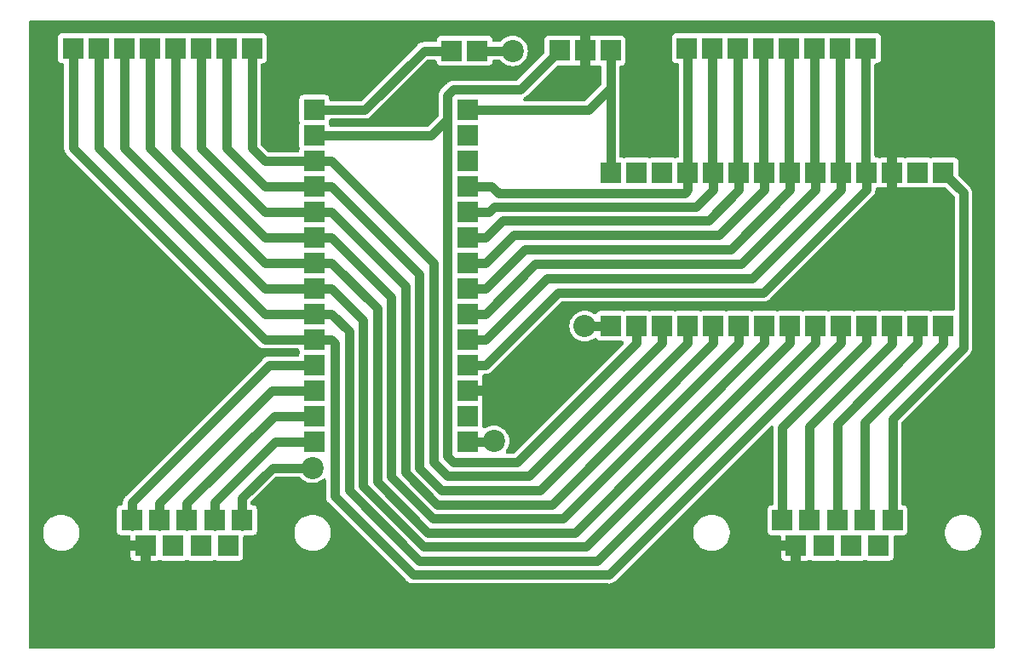
<source format=gbr>
%TF.GenerationSoftware,KiCad,Pcbnew,7.0.10*%
%TF.CreationDate,2024-04-07T18:07:36-06:00*%
%TF.ProjectId,Duel_Mux,4475656c-5f4d-4757-982e-6b696361645f,rev?*%
%TF.SameCoordinates,Original*%
%TF.FileFunction,Copper,L1,Top*%
%TF.FilePolarity,Positive*%
%FSLAX46Y46*%
G04 Gerber Fmt 4.6, Leading zero omitted, Abs format (unit mm)*
G04 Created by KiCad (PCBNEW 7.0.10) date 2024-04-07 18:07:36*
%MOMM*%
%LPD*%
G01*
G04 APERTURE LIST*
%TA.AperFunction,ComponentPad*%
%ADD10R,2.140000X2.140000*%
%TD*%
%TA.AperFunction,ViaPad*%
%ADD11C,2.200000*%
%TD*%
%TA.AperFunction,Conductor*%
%ADD12C,0.900000*%
%TD*%
G04 APERTURE END LIST*
D10*
%TO.P,J3,2,Pin_2*%
%TO.N,/D2*%
X42029000Y-3035300D03*
%TO.P,J3,1,Pin_1*%
%TO.N,/D1*%
X44569000Y-3035300D03*
%TD*%
%TO.P,J5,9,9*%
%TO.N,GND*%
X11589001Y-52264001D03*
%TO.P,J5,8,8*%
%TO.N,unconnected-(J5-Pad8)*%
X14329000Y-52264001D03*
%TO.P,J5,7,7*%
%TO.N,unconnected-(J5-Pad7)*%
X17069000Y-52264001D03*
%TO.P,J5,6,6*%
%TO.N,unconnected-(J5-Pad6)*%
X19808999Y-52264001D03*
%TO.P,J5,5,5*%
%TO.N,/EN_2*%
X10219001Y-49724001D03*
%TO.P,J5,4,4*%
%TO.N,/A0_2*%
X12959000Y-49724001D03*
%TO.P,J5,3,3*%
%TO.N,/A1_2*%
X15699000Y-49724001D03*
%TO.P,J5,2,2*%
%TO.N,/A2_2*%
X18439000Y-49724001D03*
%TO.P,J5,1,1*%
%TO.N,/A3_2*%
X21178999Y-49724001D03*
%TD*%
%TO.P,J4,8,Pin_8*%
%TO.N,/CH8*%
X22153000Y-2781300D03*
%TO.P,J4,7,Pin_7*%
%TO.N,/CH7*%
X19613000Y-2781300D03*
%TO.P,J4,6,Pin_6*%
%TO.N,/CH6*%
X17073000Y-2781300D03*
%TO.P,J4,5,Pin_5*%
%TO.N,/CH5*%
X14533000Y-2781300D03*
%TO.P,J4,4,Pin_4*%
%TO.N,/CH4*%
X11993000Y-2781300D03*
%TO.P,J4,3,Pin_3*%
%TO.N,/CH3*%
X9453000Y-2781300D03*
%TO.P,J4,2,Pin_2*%
%TO.N,/CH2*%
X6913000Y-2781300D03*
%TO.P,J4,1,Pin_1*%
%TO.N,/CH1*%
X4373000Y-2781300D03*
%TD*%
%TO.P,J2,3,Pin_3*%
%TO.N,/+12V*%
X57802400Y-3009900D03*
%TO.P,J2,2,Pin_2*%
%TO.N,GND*%
X55262400Y-3009900D03*
%TO.P,J2,1,Pin_1*%
%TO.N,/-12V*%
X52722400Y-3009900D03*
%TD*%
%TO.P,J6,9,9*%
%TO.N,GND*%
X76232001Y-52264001D03*
%TO.P,J6,8,8*%
%TO.N,unconnected-(J6-Pad8)*%
X78972000Y-52264001D03*
%TO.P,J6,7,7*%
%TO.N,unconnected-(J6-Pad7)*%
X81712000Y-52264001D03*
%TO.P,J6,6,6*%
%TO.N,unconnected-(J6-Pad6)*%
X84451999Y-52264001D03*
%TO.P,J6,5,5*%
%TO.N,/EN_1*%
X74862001Y-49724001D03*
%TO.P,J6,4,4*%
%TO.N,/A0_1*%
X77602000Y-49724001D03*
%TO.P,J6,3,3*%
%TO.N,/A1_1*%
X80342000Y-49724001D03*
%TO.P,J6,2,2*%
%TO.N,/A2_1*%
X83082000Y-49724001D03*
%TO.P,J6,1,1*%
%TO.N,/A3_1*%
X85821999Y-49724001D03*
%TD*%
%TO.P,U1,1,VDD*%
%TO.N,/+12V*%
X43606600Y-8902700D03*
%TO.P,U1,2,NC*%
%TO.N,unconnected-(U1-NC-Pad2)*%
X43606600Y-11442700D03*
%TO.P,U1,3,NC*%
%TO.N,unconnected-(U1-NC-Pad3)*%
X43606600Y-13982700D03*
%TO.P,U1,4,S16*%
%TO.N,/CH16*%
X43606600Y-16522700D03*
%TO.P,U1,5,S15*%
%TO.N,/CH15*%
X43606600Y-19062700D03*
%TO.P,U1,6,S14*%
%TO.N,/CH14*%
X43606600Y-21602700D03*
%TO.P,U1,7,S13*%
%TO.N,/CH13*%
X43606600Y-24142700D03*
%TO.P,U1,8,S12*%
%TO.N,/CH12*%
X43606600Y-26682700D03*
%TO.P,U1,9,S11*%
%TO.N,/CH11*%
X43606600Y-29222700D03*
%TO.P,U1,10,S10*%
%TO.N,/CH10*%
X43606600Y-31762700D03*
%TO.P,U1,11,S9*%
%TO.N,/CH9*%
X43606600Y-34302700D03*
%TO.P,U1,12,GND*%
%TO.N,GND*%
X43606600Y-36842700D03*
%TO.P,U1,13,NC*%
%TO.N,unconnected-(U1-NC-Pad13)*%
X43606600Y-39382700D03*
%TO.P,U1,14,A3*%
%TO.N,/A3_2*%
X43606600Y-41922700D03*
%TO.P,U1,15,A2*%
%TO.N,/A2_2*%
X28366600Y-41922700D03*
%TO.P,U1,16,A1*%
%TO.N,/A1_2*%
X28366600Y-39382700D03*
%TO.P,U1,17,A0*%
%TO.N,/A0_2*%
X28366600Y-36842700D03*
%TO.P,U1,18,EN*%
%TO.N,/EN_2*%
X28366600Y-34302700D03*
%TO.P,U1,19,S1*%
%TO.N,/CH1*%
X28366600Y-31762700D03*
%TO.P,U1,20,S2*%
%TO.N,/CH2*%
X28366600Y-29222700D03*
%TO.P,U1,21,S3*%
%TO.N,/CH3*%
X28366600Y-26682700D03*
%TO.P,U1,22,S4*%
%TO.N,/CH4*%
X28366600Y-24142700D03*
%TO.P,U1,23,S5*%
%TO.N,/CH5*%
X28366600Y-21602700D03*
%TO.P,U1,24,S6*%
%TO.N,/CH6*%
X28366600Y-19062700D03*
%TO.P,U1,25,S7*%
%TO.N,/CH7*%
X28366600Y-16522700D03*
%TO.P,U1,26,S8*%
%TO.N,/CH8*%
X28366600Y-13982700D03*
%TO.P,U1,27,VSS*%
%TO.N,/-12V*%
X28366600Y-11442700D03*
%TO.P,U1,28,D*%
%TO.N,/D2*%
X28366600Y-8902700D03*
%TD*%
%TO.P,J1,8,Pin_8*%
%TO.N,/CH16*%
X65397000Y-2781300D03*
%TO.P,J1,7,Pin_7*%
%TO.N,/CH15*%
X67937000Y-2781300D03*
%TO.P,J1,6,Pin_6*%
%TO.N,/CH14*%
X70477000Y-2781300D03*
%TO.P,J1,5,Pin_5*%
%TO.N,/CH13*%
X73017000Y-2781300D03*
%TO.P,J1,4,Pin_4*%
%TO.N,/CH12*%
X75557000Y-2781300D03*
%TO.P,J1,3,Pin_3*%
%TO.N,/CH11*%
X78097000Y-2781300D03*
%TO.P,J1,2,Pin_2*%
%TO.N,/CH10*%
X80637000Y-2781300D03*
%TO.P,J1,1,Pin_1*%
%TO.N,/CH9*%
X83177000Y-2781300D03*
%TD*%
%TO.P,U2,28,D*%
%TO.N,/D1*%
X57863000Y-30401300D03*
%TO.P,U2,27,VSS*%
%TO.N,/-12V*%
X60403000Y-30401300D03*
%TO.P,U2,26,S8*%
%TO.N,/CH8*%
X62943000Y-30401300D03*
%TO.P,U2,25,S7*%
%TO.N,/CH7*%
X65483000Y-30401300D03*
%TO.P,U2,24,S6*%
%TO.N,/CH6*%
X68023000Y-30401300D03*
%TO.P,U2,23,S5*%
%TO.N,/CH5*%
X70563000Y-30401300D03*
%TO.P,U2,22,S4*%
%TO.N,/CH4*%
X73103000Y-30401300D03*
%TO.P,U2,21,S3*%
%TO.N,/CH3*%
X75643000Y-30401300D03*
%TO.P,U2,20,S2*%
%TO.N,/CH2*%
X78183000Y-30401300D03*
%TO.P,U2,19,S1*%
%TO.N,/CH1*%
X80723000Y-30401300D03*
%TO.P,U2,18,EN*%
%TO.N,/EN_1*%
X83263000Y-30401300D03*
%TO.P,U2,17,A0*%
%TO.N,/A0_1*%
X85803000Y-30401300D03*
%TO.P,U2,16,A1*%
%TO.N,/A1_1*%
X88343000Y-30401300D03*
%TO.P,U2,15,A2*%
%TO.N,/A2_1*%
X90883000Y-30401300D03*
%TO.P,U2,14,A3*%
%TO.N,/A3_1*%
X90883000Y-15161300D03*
%TO.P,U2,13,NC*%
%TO.N,unconnected-(U2-NC-Pad13)*%
X88343000Y-15161300D03*
%TO.P,U2,12,GND*%
%TO.N,GND*%
X85803000Y-15161300D03*
%TO.P,U2,11,S9*%
%TO.N,/CH9*%
X83263000Y-15161300D03*
%TO.P,U2,10,S10*%
%TO.N,/CH10*%
X80723000Y-15161300D03*
%TO.P,U2,9,S11*%
%TO.N,/CH11*%
X78183000Y-15161300D03*
%TO.P,U2,8,S12*%
%TO.N,/CH12*%
X75643000Y-15161300D03*
%TO.P,U2,7,S13*%
%TO.N,/CH13*%
X73103000Y-15161300D03*
%TO.P,U2,6,S14*%
%TO.N,/CH14*%
X70563000Y-15161300D03*
%TO.P,U2,5,S15*%
%TO.N,/CH15*%
X68023000Y-15161300D03*
%TO.P,U2,4,S16*%
%TO.N,/CH16*%
X65483000Y-15161300D03*
%TO.P,U2,3,NC*%
%TO.N,unconnected-(U2-NC-Pad3)*%
X62943000Y-15161300D03*
%TO.P,U2,2,NC*%
%TO.N,unconnected-(U2-NC-Pad2)*%
X60403000Y-15161300D03*
%TO.P,U2,1,VDD*%
%TO.N,/+12V*%
X57863000Y-15161300D03*
%TD*%
D11*
%TO.N,/D1*%
X55237000Y-30426700D03*
X48074200Y-3035300D03*
%TO.N,/A3_2*%
X46222800Y-41846500D03*
X28163400Y-44513500D03*
%TD*%
D12*
%TO.N,/D2*%
X33388300Y-8902700D02*
X28366600Y-8902700D01*
X39255700Y-3035300D02*
X33388300Y-8902700D01*
X42029000Y-3035300D02*
X39255700Y-3035300D01*
%TO.N,/+12V*%
X55630700Y-8902700D02*
X57802400Y-6731000D01*
X43606600Y-8902700D02*
X55630700Y-8902700D01*
%TO.N,/EN_2*%
X23863300Y-34302700D02*
X28366600Y-34302700D01*
X10219001Y-47946999D02*
X23863300Y-34302700D01*
X10219001Y-50347250D02*
X10219001Y-47946999D01*
%TO.N,/A0_2*%
X24117300Y-36842700D02*
X28366600Y-36842700D01*
X12959000Y-48001000D02*
X24117300Y-36842700D01*
X12959000Y-50347250D02*
X12959000Y-48001000D01*
%TO.N,/A1_2*%
X15699000Y-48055000D02*
X24371300Y-39382700D01*
X24371300Y-39382700D02*
X28366600Y-39382700D01*
X15699000Y-50347250D02*
X15699000Y-48055000D01*
%TO.N,/A2_2*%
X24498300Y-41922700D02*
X28366600Y-41922700D01*
X18439000Y-47982000D02*
X24498300Y-41922700D01*
X18439000Y-50347250D02*
X18439000Y-47982000D01*
%TO.N,/A3_2*%
X24193500Y-44513500D02*
X28163400Y-44513500D01*
X21178999Y-47528001D02*
X24193500Y-44513500D01*
X21178999Y-50347250D02*
X21178999Y-47528001D01*
%TO.N,/CH1*%
X4373000Y-12717001D02*
X23418699Y-31762700D01*
X4373000Y-2781300D02*
X4373000Y-12717001D01*
X23418699Y-31762700D02*
X28366600Y-31762700D01*
%TO.N,/CH2*%
X23446150Y-29222700D02*
X28366600Y-29222700D01*
X6913000Y-2781300D02*
X6913000Y-12689550D01*
X6913000Y-12689550D02*
X23446150Y-29222700D01*
%TO.N,/CH3*%
X23418699Y-26682700D02*
X28366600Y-26682700D01*
X9453000Y-12717001D02*
X23418699Y-26682700D01*
X9453000Y-2781300D02*
X9453000Y-12717001D01*
%TO.N,/CH4*%
X23457551Y-24142700D02*
X28366600Y-24142700D01*
X11993000Y-12678149D02*
X23457551Y-24142700D01*
X11993000Y-2781300D02*
X11993000Y-12678149D01*
%TO.N,/CH5*%
X23448200Y-21602700D02*
X28366600Y-21602700D01*
X14533000Y-12687500D02*
X23448200Y-21602700D01*
X14533000Y-2781300D02*
X14533000Y-12687500D01*
%TO.N,/CH6*%
X23448200Y-19062700D02*
X28366600Y-19062700D01*
X17073000Y-12687500D02*
X23448200Y-19062700D01*
X17073000Y-2781300D02*
X17073000Y-12687500D01*
%TO.N,/CH7*%
X23448200Y-16522700D02*
X28366600Y-16522700D01*
X19613000Y-12687500D02*
X23448200Y-16522700D01*
X19613000Y-2781300D02*
X19613000Y-12687500D01*
%TO.N,/CH8*%
X22153000Y-12717001D02*
X22153000Y-2781300D01*
X23418699Y-13982700D02*
X22153000Y-12717001D01*
X28366600Y-13982700D02*
X23418699Y-13982700D01*
%TO.N,/A3_1*%
X92863000Y-17141300D02*
X90883000Y-15161300D01*
X92863000Y-32613000D02*
X92863000Y-17141300D01*
X85821999Y-39654001D02*
X92863000Y-32613000D01*
X85821999Y-49724001D02*
X85821999Y-39654001D01*
%TO.N,/A2_1*%
X90883000Y-32180000D02*
X90883000Y-30401300D01*
X83082000Y-39981000D02*
X90883000Y-32180000D01*
X83082000Y-49724001D02*
X83082000Y-39981000D01*
%TO.N,/A1_1*%
X80342000Y-40117500D02*
X80342000Y-49724001D01*
X88343000Y-32116500D02*
X80342000Y-40117500D01*
X88343000Y-30401300D02*
X88343000Y-32116500D01*
%TO.N,/A0_1*%
X85803000Y-32180000D02*
X85803000Y-30401300D01*
X77602000Y-49724001D02*
X77602000Y-40381000D01*
X77602000Y-40381000D02*
X85803000Y-32180000D01*
%TO.N,/EN_1*%
X83263000Y-32116500D02*
X83263000Y-30401300D01*
X74862001Y-49724001D02*
X74862001Y-40517499D01*
X74862001Y-40517499D02*
X83263000Y-32116500D01*
%TO.N,/CH1*%
X38177269Y-55164700D02*
X57645200Y-55164700D01*
%TO.N,/CH2*%
X38761309Y-53754700D02*
X56515200Y-53754700D01*
%TO.N,/CH3*%
X39213928Y-52354700D02*
X55375200Y-52354700D01*
%TO.N,/CH4*%
X39666547Y-50954700D02*
X54235200Y-50954700D01*
%TO.N,/CH5*%
X40119166Y-49554700D02*
X53095200Y-49554700D01*
%TO.N,/CH6*%
X40571785Y-48154700D02*
X51980600Y-48154700D01*
%TO.N,/CH7*%
X41024404Y-46754700D02*
X50815200Y-46754700D01*
%TO.N,/CH8*%
X41604302Y-45354700D02*
X49696800Y-45354700D01*
%TO.N,/-12V*%
X42184200Y-43954700D02*
X48556800Y-43954700D01*
%TO.N,/CH9*%
X52591000Y-27079700D02*
X73029600Y-27079700D01*
%TO.N,/CH10*%
X51461000Y-25669700D02*
X71899600Y-25669700D01*
%TO.N,/CH11*%
X50331000Y-24259700D02*
X70769600Y-24259700D01*
%TO.N,/CH12*%
X49292000Y-22758700D02*
X69730600Y-22758700D01*
%TO.N,/CH13*%
X48162000Y-21348700D02*
X68600600Y-21348700D01*
%TO.N,/CH14*%
X47081000Y-19889700D02*
X67545000Y-19889700D01*
%TO.N,/CH15*%
X66327300Y-18542000D02*
X68023000Y-16846300D01*
X46228000Y-18542000D02*
X66327300Y-18542000D01*
X45707300Y-19062700D02*
X46228000Y-18542000D01*
X43606600Y-19062700D02*
X45707300Y-19062700D01*
X68023000Y-16846300D02*
X68023000Y-15161300D01*
%TO.N,/CH16*%
X65159600Y-17169700D02*
X46635042Y-17169700D01*
X65483000Y-16846300D02*
X65159600Y-17169700D01*
X65483000Y-15161300D02*
X65483000Y-16846300D01*
X46635042Y-17169700D02*
X45988042Y-16522700D01*
X45988042Y-16522700D02*
X43606600Y-16522700D01*
X46635042Y-17169700D02*
X46535042Y-17069700D01*
%TO.N,/-12V*%
X42142200Y-6896100D02*
X48836200Y-6896100D01*
%TO.N,/CH9*%
X83263000Y-16846300D02*
X83263000Y-15161300D01*
X73029600Y-27079700D02*
X83263000Y-16846300D01*
X45368000Y-34302700D02*
X52591000Y-27079700D01*
X43606600Y-34302700D02*
X45368000Y-34302700D01*
%TO.N,/CH1*%
X57645200Y-55164700D02*
X80723000Y-32086900D01*
X30390000Y-47377446D02*
X38177269Y-55164700D01*
X80723000Y-32086900D02*
X80723000Y-30401300D01*
X30068400Y-31762700D02*
X30390000Y-32084300D01*
X28366600Y-31762700D02*
X30068400Y-31762700D01*
X30390000Y-32084300D02*
X30390000Y-47377446D01*
%TO.N,/CH2*%
X28366600Y-29222700D02*
X30068400Y-29222700D01*
X30068400Y-29222700D02*
X31800000Y-30954300D01*
X31800000Y-30954300D02*
X31800000Y-46793404D01*
X31800000Y-46793404D02*
X38761309Y-53754700D01*
X78183000Y-32086900D02*
X78183000Y-30401300D01*
X56515200Y-53754700D02*
X78183000Y-32086900D01*
%TO.N,/CH4*%
X34600000Y-45888162D02*
X39666547Y-50954700D01*
X28366600Y-24142700D02*
X30068400Y-24142700D01*
X34600000Y-28674300D02*
X34600000Y-45888162D01*
X30068400Y-24142700D02*
X34600000Y-28674300D01*
X54235200Y-50954700D02*
X73103000Y-32086900D01*
X73103000Y-32086900D02*
X73103000Y-30401300D01*
%TO.N,/CH10*%
X80723000Y-16846300D02*
X80723000Y-15161300D01*
X45368000Y-31762700D02*
X51461000Y-25669700D01*
X43606600Y-31762700D02*
X45368000Y-31762700D01*
X71899600Y-25669700D02*
X80723000Y-16846300D01*
%TO.N,/CH11*%
X70769600Y-24259700D02*
X78183000Y-16846300D01*
X78183000Y-16846300D02*
X78183000Y-15161300D01*
X43606600Y-29222700D02*
X45368000Y-29222700D01*
X45368000Y-29222700D02*
X50331000Y-24259700D01*
%TO.N,/CH12*%
X69730600Y-22758700D02*
X75643000Y-16846300D01*
X45368000Y-26682700D02*
X49292000Y-22758700D01*
X43606600Y-26682700D02*
X45368000Y-26682700D01*
X75643000Y-16846300D02*
X75643000Y-15161300D01*
%TO.N,/CH13*%
X45368000Y-24142700D02*
X43606600Y-24142700D01*
X48162000Y-21348700D02*
X45368000Y-24142700D01*
X73103000Y-15161300D02*
X73103000Y-16846300D01*
X73103000Y-16846300D02*
X68600600Y-21348700D01*
%TO.N,/CH14*%
X47081000Y-19889700D02*
X45368000Y-21602700D01*
X45368000Y-21602700D02*
X43606600Y-21602700D01*
X70563000Y-15161300D02*
X70563000Y-16871700D01*
X70563000Y-16871700D02*
X67545000Y-19889700D01*
%TO.N,/D1*%
X55237000Y-30426700D02*
X57837600Y-30426700D01*
X57837600Y-30426700D02*
X57863000Y-30401300D01*
%TO.N,/CH9*%
X83177000Y-2781300D02*
X83177000Y-15075300D01*
X83177000Y-15075300D02*
X83263000Y-15161300D01*
%TO.N,/CH10*%
X80637000Y-2781300D02*
X80637000Y-15075300D01*
X80637000Y-15075300D02*
X80723000Y-15161300D01*
%TO.N,/CH11*%
X78097000Y-15075300D02*
X78183000Y-15161300D01*
X78097000Y-2781300D02*
X78097000Y-15075300D01*
%TO.N,/CH12*%
X75557000Y-2781300D02*
X75557000Y-15075300D01*
X75557000Y-15075300D02*
X75643000Y-15161300D01*
%TO.N,/CH13*%
X73017000Y-2781300D02*
X73017000Y-15075300D01*
X73017000Y-15075300D02*
X73103000Y-15161300D01*
%TO.N,/CH14*%
X70477000Y-15075300D02*
X70563000Y-15161300D01*
X70477000Y-2781300D02*
X70477000Y-15075300D01*
%TO.N,/CH15*%
X67937000Y-2781300D02*
X67937000Y-15075300D01*
X67937000Y-15075300D02*
X68023000Y-15161300D01*
%TO.N,/CH16*%
X65483000Y-2867300D02*
X65397000Y-2781300D01*
X65483000Y-15161300D02*
X65483000Y-2867300D01*
%TO.N,/D1*%
X44569000Y-3035300D02*
X46524800Y-3035300D01*
X46524800Y-3035300D02*
X48074200Y-3035300D01*
%TO.N,/A3_2*%
X46146600Y-41922700D02*
X43606600Y-41922700D01*
X46222800Y-41846500D02*
X46146600Y-41922700D01*
%TO.N,/CH3*%
X28366600Y-26682700D02*
X30068400Y-26682700D01*
X55375200Y-52354700D02*
X75643000Y-32086900D01*
X33200000Y-29814300D02*
X33200000Y-46340783D01*
X30068400Y-26682700D02*
X33200000Y-29814300D01*
X33200000Y-46340783D02*
X39213928Y-52354700D01*
X75643000Y-32086900D02*
X75643000Y-30401300D01*
%TO.N,/CH5*%
X36000000Y-27534300D02*
X36000000Y-45435541D01*
X53095200Y-49554700D02*
X70563000Y-32086900D01*
X70563000Y-32086900D02*
X70563000Y-30401300D01*
X36000000Y-45435541D02*
X40119166Y-49554700D01*
X30068400Y-21602700D02*
X36000000Y-27534300D01*
X28366600Y-21602700D02*
X30068400Y-21602700D01*
%TO.N,/CH6*%
X37400000Y-44982920D02*
X40571785Y-48154700D01*
X51980600Y-48154700D02*
X68023000Y-32112300D01*
X37400000Y-26394300D02*
X37400000Y-44982920D01*
X30068400Y-19062700D02*
X37400000Y-26394300D01*
X68023000Y-32112300D02*
X68023000Y-30401300D01*
X28366600Y-19062700D02*
X30068400Y-19062700D01*
%TO.N,/CH7*%
X38800000Y-44530299D02*
X41024404Y-46754700D01*
X65483000Y-32086900D02*
X65483000Y-30401300D01*
X28366600Y-16522700D02*
X30068400Y-16522700D01*
X38800000Y-25254300D02*
X38800000Y-44530299D01*
X50815200Y-46754700D02*
X65483000Y-32086900D01*
X30068400Y-16522700D02*
X38800000Y-25254300D01*
%TO.N,/CH8*%
X62943000Y-32108500D02*
X62943000Y-30401300D01*
X49696800Y-45354700D02*
X62943000Y-32108500D01*
X40200000Y-43950399D02*
X41604302Y-45354700D01*
X30068400Y-13982700D02*
X40200000Y-24114300D01*
X40200000Y-24114300D02*
X40200000Y-43950399D01*
X28366600Y-13982700D02*
X30068400Y-13982700D01*
%TO.N,/+12V*%
X57802400Y-15100700D02*
X57863000Y-15161300D01*
X57802400Y-3009900D02*
X57802400Y-15100700D01*
%TO.N,/-12V*%
X41600000Y-7438300D02*
X41600000Y-9842500D01*
X41600000Y-43370500D02*
X41600000Y-9842500D01*
X42184200Y-43954700D02*
X41600000Y-43370500D01*
X60403000Y-30401300D02*
X60403000Y-32108500D01*
X28366600Y-11442700D02*
X39999800Y-11442700D01*
X60403000Y-32108500D02*
X48556800Y-43954700D01*
X39999800Y-11442700D02*
X41600000Y-9842500D01*
X42142200Y-6896100D02*
X41600000Y-7438300D01*
X52722400Y-3009900D02*
X48836200Y-6896100D01*
%TD*%
%TA.AperFunction,Conductor*%
%TO.N,GND*%
G36*
X11973513Y-51784203D02*
G01*
X12044495Y-51840809D01*
X12083886Y-51922607D01*
X12089001Y-51968001D01*
X12089001Y-52192112D01*
X12048494Y-52054157D01*
X11970762Y-51933203D01*
X11862101Y-51839049D01*
X11731316Y-51779321D01*
X11624764Y-51764001D01*
X11885001Y-51764001D01*
X11973513Y-51784203D01*
G37*
%TD.AperFunction*%
%TA.AperFunction,Conductor*%
G36*
X76616513Y-51784203D02*
G01*
X76687495Y-51840809D01*
X76726886Y-51922607D01*
X76732001Y-51968001D01*
X76732001Y-52192112D01*
X76691494Y-52054157D01*
X76613762Y-51933203D01*
X76505101Y-51839049D01*
X76374316Y-51779321D01*
X76267764Y-51764001D01*
X76528001Y-51764001D01*
X76616513Y-51784203D01*
G37*
%TD.AperFunction*%
%TA.AperFunction,Conductor*%
G36*
X86303000Y-16641299D02*
G01*
X86905262Y-16641299D01*
X86905266Y-16641298D01*
X87001274Y-16626093D01*
X87009137Y-16623539D01*
X87099559Y-16615399D01*
X87135226Y-16623539D01*
X87144560Y-16626571D01*
X87144567Y-16626575D01*
X87240693Y-16641800D01*
X89445306Y-16641799D01*
X89541433Y-16626575D01*
X89541438Y-16626572D01*
X89549953Y-16623806D01*
X89640376Y-16615664D01*
X89676045Y-16623806D01*
X89684563Y-16626574D01*
X89684565Y-16626574D01*
X89684567Y-16626575D01*
X89780693Y-16641800D01*
X91062068Y-16641799D01*
X91150580Y-16662001D01*
X91206318Y-16701549D01*
X91942750Y-17437981D01*
X91991052Y-17514854D01*
X92002500Y-17582231D01*
X92002500Y-28716800D01*
X91982298Y-28805312D01*
X91925692Y-28876294D01*
X91843894Y-28915685D01*
X91798500Y-28920800D01*
X89780699Y-28920800D01*
X89780697Y-28920800D01*
X89780694Y-28920801D01*
X89702448Y-28933193D01*
X89684560Y-28936026D01*
X89676030Y-28938798D01*
X89585607Y-28946933D01*
X89549958Y-28938795D01*
X89541429Y-28936023D01*
X89445308Y-28920800D01*
X87240699Y-28920800D01*
X87240697Y-28920800D01*
X87240694Y-28920801D01*
X87162448Y-28933193D01*
X87144560Y-28936026D01*
X87136030Y-28938798D01*
X87045607Y-28946933D01*
X87009958Y-28938795D01*
X87001429Y-28936023D01*
X86905308Y-28920800D01*
X84700699Y-28920800D01*
X84700697Y-28920800D01*
X84700694Y-28920801D01*
X84622448Y-28933193D01*
X84604560Y-28936026D01*
X84596030Y-28938798D01*
X84505607Y-28946933D01*
X84469958Y-28938795D01*
X84461429Y-28936023D01*
X84365308Y-28920800D01*
X82160699Y-28920800D01*
X82160697Y-28920800D01*
X82160694Y-28920801D01*
X82082448Y-28933193D01*
X82064560Y-28936026D01*
X82056030Y-28938798D01*
X81965607Y-28946933D01*
X81929958Y-28938795D01*
X81921429Y-28936023D01*
X81825308Y-28920800D01*
X79620699Y-28920800D01*
X79620697Y-28920800D01*
X79620694Y-28920801D01*
X79542448Y-28933193D01*
X79524560Y-28936026D01*
X79516030Y-28938798D01*
X79425607Y-28946933D01*
X79389958Y-28938795D01*
X79381429Y-28936023D01*
X79285308Y-28920800D01*
X77080699Y-28920800D01*
X77080697Y-28920800D01*
X77080694Y-28920801D01*
X77002448Y-28933193D01*
X76984560Y-28936026D01*
X76976030Y-28938798D01*
X76885607Y-28946933D01*
X76849958Y-28938795D01*
X76841429Y-28936023D01*
X76745308Y-28920800D01*
X74540699Y-28920800D01*
X74540697Y-28920800D01*
X74540694Y-28920801D01*
X74462448Y-28933193D01*
X74444560Y-28936026D01*
X74436030Y-28938798D01*
X74345607Y-28946933D01*
X74309958Y-28938795D01*
X74301429Y-28936023D01*
X74205308Y-28920800D01*
X72000699Y-28920800D01*
X72000697Y-28920800D01*
X72000694Y-28920801D01*
X71922448Y-28933193D01*
X71904560Y-28936026D01*
X71896030Y-28938798D01*
X71805607Y-28946933D01*
X71769958Y-28938795D01*
X71761429Y-28936023D01*
X71665308Y-28920800D01*
X69460699Y-28920800D01*
X69460697Y-28920800D01*
X69460694Y-28920801D01*
X69382448Y-28933193D01*
X69364560Y-28936026D01*
X69356030Y-28938798D01*
X69265607Y-28946933D01*
X69229958Y-28938795D01*
X69221429Y-28936023D01*
X69125308Y-28920800D01*
X66920699Y-28920800D01*
X66920697Y-28920800D01*
X66920694Y-28920801D01*
X66842448Y-28933193D01*
X66824560Y-28936026D01*
X66816030Y-28938798D01*
X66725607Y-28946933D01*
X66689958Y-28938795D01*
X66681429Y-28936023D01*
X66585308Y-28920800D01*
X64380699Y-28920800D01*
X64380697Y-28920800D01*
X64380694Y-28920801D01*
X64302448Y-28933193D01*
X64284560Y-28936026D01*
X64276030Y-28938798D01*
X64185607Y-28946933D01*
X64149958Y-28938795D01*
X64141429Y-28936023D01*
X64045308Y-28920800D01*
X61840699Y-28920800D01*
X61840697Y-28920800D01*
X61840694Y-28920801D01*
X61762448Y-28933193D01*
X61744560Y-28936026D01*
X61736030Y-28938798D01*
X61645607Y-28946933D01*
X61609958Y-28938795D01*
X61601429Y-28936023D01*
X61505308Y-28920800D01*
X59300699Y-28920800D01*
X59300697Y-28920800D01*
X59300694Y-28920801D01*
X59222448Y-28933193D01*
X59204560Y-28936026D01*
X59196030Y-28938798D01*
X59105607Y-28946933D01*
X59069958Y-28938795D01*
X59061429Y-28936023D01*
X58965308Y-28920800D01*
X56760699Y-28920800D01*
X56760695Y-28920800D01*
X56760694Y-28920801D01*
X56743507Y-28923523D01*
X56664563Y-28936025D01*
X56548709Y-28995056D01*
X56548706Y-28995059D01*
X56456759Y-29087005D01*
X56433910Y-29131849D01*
X56375725Y-29201541D01*
X56293064Y-29239087D01*
X56202298Y-29237049D01*
X56132242Y-29204276D01*
X56127605Y-29200907D01*
X55924872Y-29076672D01*
X55705218Y-28985688D01*
X55474033Y-28930184D01*
X55474025Y-28930183D01*
X55237001Y-28911529D01*
X55236999Y-28911529D01*
X54999974Y-28930183D01*
X54999966Y-28930184D01*
X54768781Y-28985688D01*
X54549127Y-29076672D01*
X54346402Y-29200902D01*
X54165616Y-29355307D01*
X54165607Y-29355316D01*
X54011202Y-29536102D01*
X53886972Y-29738827D01*
X53795988Y-29958481D01*
X53740484Y-30189666D01*
X53740483Y-30189674D01*
X53721829Y-30426698D01*
X53721829Y-30426701D01*
X53740483Y-30663725D01*
X53740484Y-30663733D01*
X53795988Y-30894918D01*
X53886972Y-31114572D01*
X54011202Y-31317297D01*
X54165607Y-31498083D01*
X54165616Y-31498092D01*
X54346402Y-31652497D01*
X54549127Y-31776727D01*
X54766038Y-31866575D01*
X54768786Y-31867713D01*
X54961273Y-31913925D01*
X54999966Y-31923215D01*
X54999967Y-31923215D01*
X54999975Y-31923217D01*
X55218345Y-31940402D01*
X55236999Y-31941871D01*
X55237000Y-31941871D01*
X55237001Y-31941871D01*
X55254293Y-31940509D01*
X55474025Y-31923217D01*
X55705214Y-31867713D01*
X55924873Y-31776727D01*
X56127595Y-31652499D01*
X56137772Y-31643806D01*
X56218194Y-31601683D01*
X56308931Y-31598624D01*
X56392010Y-31635238D01*
X56450974Y-31704272D01*
X56452026Y-31706307D01*
X56456756Y-31715590D01*
X56456759Y-31715594D01*
X56548706Y-31807541D01*
X56664567Y-31866575D01*
X56664568Y-31866575D01*
X56664570Y-31866576D01*
X56706329Y-31873189D01*
X56760693Y-31881800D01*
X58920269Y-31881799D01*
X59008781Y-31902001D01*
X59079763Y-31958607D01*
X59119154Y-32040405D01*
X59119154Y-32131193D01*
X59079763Y-32212991D01*
X59064519Y-32230049D01*
X48260119Y-43034450D01*
X48183246Y-43082752D01*
X48115869Y-43094200D01*
X47586113Y-43094200D01*
X47497601Y-43073998D01*
X47426619Y-43017392D01*
X47387228Y-42935594D01*
X47387228Y-42844806D01*
X47426619Y-42763008D01*
X47430990Y-42757713D01*
X47448597Y-42737097D01*
X47448599Y-42737095D01*
X47572827Y-42534373D01*
X47663813Y-42314714D01*
X47719317Y-42083525D01*
X47737971Y-41846500D01*
X47719317Y-41609475D01*
X47663813Y-41378286D01*
X47572827Y-41158627D01*
X47448599Y-40955905D01*
X47448598Y-40955904D01*
X47448597Y-40955902D01*
X47294192Y-40775116D01*
X47294183Y-40775107D01*
X47113397Y-40620702D01*
X46910672Y-40496472D01*
X46691018Y-40405488D01*
X46459833Y-40349984D01*
X46459825Y-40349983D01*
X46222801Y-40331329D01*
X46222799Y-40331329D01*
X45985774Y-40349983D01*
X45985766Y-40349984D01*
X45754581Y-40405488D01*
X45534921Y-40496475D01*
X45397687Y-40580571D01*
X45311662Y-40609593D01*
X45221565Y-40598416D01*
X45145239Y-40549253D01*
X45097802Y-40471843D01*
X45087099Y-40406637D01*
X45087099Y-38280394D01*
X45071875Y-38184267D01*
X45071872Y-38184261D01*
X45068839Y-38174927D01*
X45060698Y-38084504D01*
X45068839Y-38048838D01*
X45071393Y-38040976D01*
X45086600Y-37944964D01*
X45086600Y-37342700D01*
X43642363Y-37342700D01*
X43748915Y-37327380D01*
X43879700Y-37267652D01*
X43988361Y-37173498D01*
X44066093Y-37052544D01*
X44106600Y-36914589D01*
X44106600Y-36770811D01*
X44066093Y-36632856D01*
X43988361Y-36511902D01*
X43879700Y-36417748D01*
X43748915Y-36358020D01*
X43642363Y-36342700D01*
X45086599Y-36342700D01*
X45086599Y-35740438D01*
X45086598Y-35740433D01*
X45071393Y-35644426D01*
X45068838Y-35636561D01*
X45060699Y-35546138D01*
X45068840Y-35510472D01*
X45071872Y-35501138D01*
X45071875Y-35501133D01*
X45087100Y-35405007D01*
X45087100Y-35367200D01*
X45107302Y-35278688D01*
X45163908Y-35207706D01*
X45245706Y-35168315D01*
X45291100Y-35163200D01*
X45324728Y-35163200D01*
X45341285Y-35163872D01*
X45391439Y-35167957D01*
X45469935Y-35157261D01*
X45475338Y-35156599D01*
X45554073Y-35148037D01*
X45554074Y-35148036D01*
X45564881Y-35145658D01*
X45565005Y-35146221D01*
X45566302Y-35145917D01*
X45566163Y-35145357D01*
X45576896Y-35142688D01*
X45651258Y-35115368D01*
X45656368Y-35113569D01*
X45731445Y-35088274D01*
X45731454Y-35088268D01*
X45741490Y-35083626D01*
X45741733Y-35084151D01*
X45742932Y-35083576D01*
X45742675Y-35083058D01*
X45752573Y-35078148D01*
X45752585Y-35078144D01*
X45819331Y-35035480D01*
X45823966Y-35032604D01*
X45891823Y-34991777D01*
X45891829Y-34991770D01*
X45900627Y-34985084D01*
X45900976Y-34985543D01*
X45902030Y-34984719D01*
X45901669Y-34984270D01*
X45910286Y-34977343D01*
X45910291Y-34977340D01*
X45966312Y-34921317D01*
X45970239Y-34917497D01*
X46027704Y-34863065D01*
X46027704Y-34863063D01*
X46027708Y-34863061D01*
X46027710Y-34863057D01*
X46034865Y-34854634D01*
X46035302Y-34855005D01*
X46048026Y-34839603D01*
X52887681Y-27999950D01*
X52964554Y-27951648D01*
X53031931Y-27940200D01*
X72986328Y-27940200D01*
X73002885Y-27940872D01*
X73053039Y-27944957D01*
X73131535Y-27934261D01*
X73136938Y-27933599D01*
X73215673Y-27925037D01*
X73215674Y-27925036D01*
X73226481Y-27922658D01*
X73226605Y-27923221D01*
X73227902Y-27922917D01*
X73227763Y-27922357D01*
X73238496Y-27919688D01*
X73312858Y-27892368D01*
X73317968Y-27890569D01*
X73393045Y-27865274D01*
X73393054Y-27865268D01*
X73403090Y-27860626D01*
X73403333Y-27861151D01*
X73404532Y-27860576D01*
X73404275Y-27860058D01*
X73414173Y-27855148D01*
X73414185Y-27855144D01*
X73480931Y-27812480D01*
X73485566Y-27809604D01*
X73553423Y-27768777D01*
X73553429Y-27768770D01*
X73562227Y-27762084D01*
X73562576Y-27762543D01*
X73563630Y-27761719D01*
X73563269Y-27761270D01*
X73571886Y-27754343D01*
X73571891Y-27754340D01*
X73627912Y-27698317D01*
X73631839Y-27694497D01*
X73689304Y-27640065D01*
X73689304Y-27640063D01*
X73689308Y-27640061D01*
X73689310Y-27640057D01*
X73696465Y-27631634D01*
X73696902Y-27632005D01*
X73709626Y-27616603D01*
X83840881Y-17485348D01*
X83853055Y-17474127D01*
X83889761Y-17442950D01*
X83891403Y-17441555D01*
X83939353Y-17378477D01*
X83942713Y-17374180D01*
X83992317Y-17312470D01*
X83992318Y-17312467D01*
X83998277Y-17303146D01*
X83998762Y-17303456D01*
X83999465Y-17302323D01*
X83998971Y-17302026D01*
X84004672Y-17292551D01*
X84004671Y-17292551D01*
X84004673Y-17292550D01*
X84037954Y-17220611D01*
X84040254Y-17215809D01*
X84075479Y-17144790D01*
X84075480Y-17144782D01*
X84079297Y-17134398D01*
X84079836Y-17134596D01*
X84080277Y-17133341D01*
X84079733Y-17133158D01*
X84083264Y-17122678D01*
X84084325Y-17117860D01*
X84100283Y-17045354D01*
X84101531Y-17040025D01*
X84120650Y-16963152D01*
X84120650Y-16963144D01*
X84122144Y-16952186D01*
X84122715Y-16952263D01*
X84122876Y-16950949D01*
X84122303Y-16950887D01*
X84123500Y-16939882D01*
X84123500Y-16860713D01*
X84123575Y-16855189D01*
X84123979Y-16840275D01*
X84146571Y-16752342D01*
X84205078Y-16682920D01*
X84287912Y-16645757D01*
X84327904Y-16641799D01*
X84365301Y-16641799D01*
X84365306Y-16641799D01*
X84461433Y-16626575D01*
X84461440Y-16626571D01*
X84470773Y-16623539D01*
X84561196Y-16615398D01*
X84596862Y-16623539D01*
X84604723Y-16626093D01*
X84700735Y-16641299D01*
X85303000Y-16641299D01*
X85303000Y-15233189D01*
X85343507Y-15371144D01*
X85421239Y-15492098D01*
X85529900Y-15586252D01*
X85660685Y-15645980D01*
X85767237Y-15661300D01*
X85838763Y-15661300D01*
X85945315Y-15645980D01*
X86076100Y-15586252D01*
X86184761Y-15492098D01*
X86262493Y-15371144D01*
X86303000Y-15233189D01*
X86303000Y-16641299D01*
G37*
%TD.AperFunction*%
%TA.AperFunction,Conductor*%
G36*
X43147107Y-37052544D02*
G01*
X43224839Y-37173498D01*
X43333500Y-37267652D01*
X43464285Y-37327380D01*
X43570837Y-37342700D01*
X43310600Y-37342700D01*
X43222088Y-37322498D01*
X43151106Y-37265892D01*
X43111715Y-37184094D01*
X43106600Y-37138700D01*
X43106600Y-36914589D01*
X43147107Y-37052544D01*
G37*
%TD.AperFunction*%
%TA.AperFunction,Conductor*%
G36*
X43464285Y-36358020D02*
G01*
X43333500Y-36417748D01*
X43224839Y-36511902D01*
X43147107Y-36632856D01*
X43106600Y-36770811D01*
X43106600Y-36546700D01*
X43126802Y-36458188D01*
X43183408Y-36387206D01*
X43265206Y-36347815D01*
X43310600Y-36342700D01*
X43570837Y-36342700D01*
X43464285Y-36358020D01*
G37*
%TD.AperFunction*%
%TA.AperFunction,Conductor*%
G36*
X55762400Y-4489899D02*
G01*
X56364662Y-4489899D01*
X56364666Y-4489898D01*
X56460674Y-4474693D01*
X56468537Y-4472139D01*
X56558959Y-4463999D01*
X56594626Y-4472139D01*
X56603960Y-4475171D01*
X56603967Y-4475175D01*
X56700093Y-4490400D01*
X56737899Y-4490399D01*
X56826408Y-4510599D01*
X56897391Y-4567204D01*
X56936784Y-4649000D01*
X56941900Y-4694399D01*
X56941900Y-6290069D01*
X56921698Y-6378581D01*
X56882150Y-6434319D01*
X55334019Y-7982450D01*
X55257146Y-8030752D01*
X55189769Y-8042200D01*
X49338836Y-8042200D01*
X49250324Y-8021998D01*
X49179342Y-7965392D01*
X49139951Y-7883594D01*
X49139951Y-7792806D01*
X49179342Y-7711008D01*
X49228967Y-7666314D01*
X49287531Y-7628880D01*
X49292166Y-7626004D01*
X49360023Y-7585177D01*
X49360029Y-7585170D01*
X49368827Y-7578484D01*
X49369176Y-7578943D01*
X49370230Y-7578119D01*
X49369869Y-7577670D01*
X49378486Y-7570743D01*
X49378491Y-7570740D01*
X49434512Y-7514717D01*
X49438439Y-7510897D01*
X49453682Y-7496459D01*
X49495908Y-7456461D01*
X49495910Y-7456457D01*
X49503065Y-7448034D01*
X49503502Y-7448405D01*
X49516226Y-7433003D01*
X52399081Y-4550149D01*
X52475954Y-4501847D01*
X52543331Y-4490399D01*
X53824701Y-4490399D01*
X53824706Y-4490399D01*
X53920833Y-4475175D01*
X53920840Y-4475171D01*
X53930173Y-4472139D01*
X54020596Y-4463998D01*
X54056262Y-4472139D01*
X54064123Y-4474693D01*
X54160135Y-4489899D01*
X54762400Y-4489899D01*
X54762400Y-3081789D01*
X54802907Y-3219744D01*
X54880639Y-3340698D01*
X54989300Y-3434852D01*
X55120085Y-3494580D01*
X55226637Y-3509900D01*
X55298163Y-3509900D01*
X55404715Y-3494580D01*
X55535500Y-3434852D01*
X55644161Y-3340698D01*
X55721893Y-3219744D01*
X55762400Y-3081789D01*
X55762400Y-4489899D01*
G37*
%TD.AperFunction*%
%TA.AperFunction,Conductor*%
G36*
X95884012Y-20702D02*
G01*
X95954994Y-77308D01*
X95994385Y-159106D01*
X95999500Y-204500D01*
X95999500Y-62295500D01*
X95979298Y-62384012D01*
X95922692Y-62454994D01*
X95840894Y-62494385D01*
X95795500Y-62499500D01*
X204500Y-62499500D01*
X115988Y-62479298D01*
X45006Y-62422692D01*
X5615Y-62340894D01*
X500Y-62295500D01*
X500Y-51128888D01*
X1404100Y-51128888D01*
X1444305Y-51395636D01*
X1523822Y-51653424D01*
X1640870Y-51896475D01*
X1640872Y-51896480D01*
X1792832Y-52119363D01*
X1792835Y-52119367D01*
X1976325Y-52317124D01*
X1976327Y-52317126D01*
X2187232Y-52485316D01*
X2187236Y-52485318D01*
X2187237Y-52485319D01*
X2420863Y-52620203D01*
X2420864Y-52620203D01*
X2420867Y-52620205D01*
X2420866Y-52620205D01*
X2619935Y-52698332D01*
X2671983Y-52718760D01*
X2671985Y-52718761D01*
X2934978Y-52778787D01*
X2934987Y-52778789D01*
X3136653Y-52793902D01*
X3136657Y-52793902D01*
X3271343Y-52793902D01*
X3271347Y-52793902D01*
X3473013Y-52778789D01*
X3537804Y-52764001D01*
X10109002Y-52764001D01*
X10109002Y-53366267D01*
X10124208Y-53462280D01*
X10183166Y-53577993D01*
X10183169Y-53577997D01*
X10275005Y-53669833D01*
X10390724Y-53728794D01*
X10486736Y-53744000D01*
X11089001Y-53744000D01*
X11089001Y-52764001D01*
X10109002Y-52764001D01*
X3537804Y-52764001D01*
X3604925Y-52748681D01*
X3736014Y-52718761D01*
X3736015Y-52718760D01*
X3736017Y-52718760D01*
X3883042Y-52661057D01*
X3987133Y-52620205D01*
X3987135Y-52620203D01*
X3987137Y-52620203D01*
X4220763Y-52485319D01*
X4235151Y-52473845D01*
X4431672Y-52317126D01*
X4431674Y-52317124D01*
X4615160Y-52119372D01*
X4615164Y-52119368D01*
X4767130Y-51896476D01*
X4884178Y-51653423D01*
X4963693Y-51395640D01*
X4994798Y-51189277D01*
X5003900Y-51128888D01*
X5003900Y-50859115D01*
X4963694Y-50592367D01*
X4884177Y-50334579D01*
X4768416Y-50094200D01*
X4767130Y-50091529D01*
X4767128Y-50091526D01*
X4767127Y-50091523D01*
X4615167Y-49868640D01*
X4615164Y-49868636D01*
X4431674Y-49670879D01*
X4431672Y-49670877D01*
X4220767Y-49502687D01*
X4220760Y-49502683D01*
X3987132Y-49367798D01*
X3987133Y-49367798D01*
X3736018Y-49269244D01*
X3736014Y-49269242D01*
X3473021Y-49209216D01*
X3473015Y-49209215D01*
X3473013Y-49209215D01*
X3271347Y-49194102D01*
X3136653Y-49194102D01*
X3136652Y-49194102D01*
X3098912Y-49196930D01*
X2934987Y-49209215D01*
X2934984Y-49209215D01*
X2934978Y-49209216D01*
X2671985Y-49269242D01*
X2671981Y-49269244D01*
X2420866Y-49367798D01*
X2187239Y-49502683D01*
X2187232Y-49502687D01*
X1976327Y-49670877D01*
X1976325Y-49670879D01*
X1792839Y-49868631D01*
X1792835Y-49868636D01*
X1640868Y-50091531D01*
X1523822Y-50334579D01*
X1444305Y-50592367D01*
X1404100Y-50859115D01*
X1404100Y-51128888D01*
X500Y-51128888D01*
X500Y-3883600D01*
X2892500Y-3883600D01*
X2892501Y-3883604D01*
X2907725Y-3979736D01*
X2966756Y-4095590D01*
X2966758Y-4095593D01*
X2966759Y-4095594D01*
X3058706Y-4187541D01*
X3174567Y-4246575D01*
X3174568Y-4246575D01*
X3174570Y-4246576D01*
X3222630Y-4254187D01*
X3270693Y-4261800D01*
X3308499Y-4261799D01*
X3397008Y-4281999D01*
X3467991Y-4338604D01*
X3507384Y-4420400D01*
X3512500Y-4465799D01*
X3512500Y-12673728D01*
X3511827Y-12690286D01*
X3507742Y-12740439D01*
X3518432Y-12818900D01*
X3519103Y-12824378D01*
X3527663Y-12903072D01*
X3530040Y-12913871D01*
X3529483Y-12913993D01*
X3529790Y-12915300D01*
X3530342Y-12915163D01*
X3533012Y-12925899D01*
X3560310Y-13000205D01*
X3562144Y-13005414D01*
X3587424Y-13080442D01*
X3592068Y-13090480D01*
X3591550Y-13090719D01*
X3592131Y-13091932D01*
X3592642Y-13091679D01*
X3597554Y-13101583D01*
X3640212Y-13168321D01*
X3643124Y-13173016D01*
X3683924Y-13240827D01*
X3690615Y-13249628D01*
X3690161Y-13249973D01*
X3690987Y-13251030D01*
X3691432Y-13250673D01*
X3698361Y-13259293D01*
X3754346Y-13315278D01*
X3758200Y-13319238D01*
X3812640Y-13376710D01*
X3821067Y-13383868D01*
X3820696Y-13384304D01*
X3836098Y-13397030D01*
X22779639Y-32340571D01*
X22790871Y-32352755D01*
X22810924Y-32376364D01*
X22823444Y-32391103D01*
X22844343Y-32406990D01*
X22886487Y-32439028D01*
X22890835Y-32442427D01*
X22897246Y-32447580D01*
X22952529Y-32492017D01*
X22952533Y-32492019D01*
X22952537Y-32492022D01*
X22961855Y-32497979D01*
X22961545Y-32498463D01*
X22962677Y-32499165D01*
X22962975Y-32498672D01*
X22972446Y-32504371D01*
X22972449Y-32504373D01*
X23044324Y-32537625D01*
X23049243Y-32539982D01*
X23120209Y-32575179D01*
X23120210Y-32575179D01*
X23120212Y-32575180D01*
X23130598Y-32578996D01*
X23130399Y-32579535D01*
X23131657Y-32579977D01*
X23131841Y-32579433D01*
X23142314Y-32582961D01*
X23142320Y-32582964D01*
X23219649Y-32599985D01*
X23225013Y-32601242D01*
X23301847Y-32620350D01*
X23301849Y-32620350D01*
X23312813Y-32621844D01*
X23312735Y-32622415D01*
X23314053Y-32622576D01*
X23314116Y-32622004D01*
X23325110Y-32623200D01*
X23325114Y-32623200D01*
X23404286Y-32623200D01*
X23409810Y-32623274D01*
X23416113Y-32623445D01*
X23488940Y-32625419D01*
X23488941Y-32625418D01*
X23488948Y-32625419D01*
X23488953Y-32625417D01*
X23499967Y-32624521D01*
X23500013Y-32625091D01*
X23519906Y-32623200D01*
X26682101Y-32623200D01*
X26770613Y-32643402D01*
X26841595Y-32700008D01*
X26880986Y-32781806D01*
X26886101Y-32827200D01*
X26886101Y-32865006D01*
X26893462Y-32911485D01*
X26901326Y-32961138D01*
X26904097Y-32969666D01*
X26912233Y-33060089D01*
X26904096Y-33095739D01*
X26901323Y-33104271D01*
X26886100Y-33200386D01*
X26886100Y-33238200D01*
X26865898Y-33326712D01*
X26809292Y-33397694D01*
X26727494Y-33437085D01*
X26682100Y-33442200D01*
X23906572Y-33442200D01*
X23890014Y-33441527D01*
X23839860Y-33437442D01*
X23761382Y-33448134D01*
X23755906Y-33448805D01*
X23677223Y-33457363D01*
X23666428Y-33459740D01*
X23666305Y-33459185D01*
X23665000Y-33459491D01*
X23665137Y-33460042D01*
X23654404Y-33462711D01*
X23580079Y-33490015D01*
X23574876Y-33491847D01*
X23499853Y-33517126D01*
X23489818Y-33521769D01*
X23489580Y-33521255D01*
X23488366Y-33521837D01*
X23488618Y-33522344D01*
X23478715Y-33527255D01*
X23412008Y-33569893D01*
X23407319Y-33572802D01*
X23339475Y-33613623D01*
X23330679Y-33620311D01*
X23330335Y-33619858D01*
X23329276Y-33620686D01*
X23329632Y-33621128D01*
X23321005Y-33628063D01*
X23264998Y-33684068D01*
X23261044Y-33687917D01*
X23203586Y-33742344D01*
X23196430Y-33750769D01*
X23195996Y-33750400D01*
X23183273Y-33765794D01*
X9641126Y-47307941D01*
X9628947Y-47319169D01*
X9590596Y-47351745D01*
X9542681Y-47414775D01*
X9539284Y-47419119D01*
X9489688Y-47480822D01*
X9483731Y-47490143D01*
X9483253Y-47489837D01*
X9482544Y-47490980D01*
X9483030Y-47491272D01*
X9477326Y-47500752D01*
X9444089Y-47572591D01*
X9441704Y-47577568D01*
X9406523Y-47648505D01*
X9402708Y-47658890D01*
X9402176Y-47658694D01*
X9401731Y-47659959D01*
X9402268Y-47660140D01*
X9398736Y-47670621D01*
X9381714Y-47747951D01*
X9380455Y-47753323D01*
X9361350Y-47830150D01*
X9359858Y-47841104D01*
X9359296Y-47841027D01*
X9359133Y-47842356D01*
X9359697Y-47842418D01*
X9358501Y-47853417D01*
X9358501Y-47932584D01*
X9358426Y-47938110D01*
X9356281Y-48017240D01*
X9356746Y-48022939D01*
X9355984Y-48028225D01*
X9355982Y-48028306D01*
X9355972Y-48028305D01*
X9343796Y-48112799D01*
X9293140Y-48188142D01*
X9214810Y-48234044D01*
X9153424Y-48243501D01*
X9116702Y-48243501D01*
X9116696Y-48243501D01*
X9116695Y-48243502D01*
X9097469Y-48246546D01*
X9020564Y-48258726D01*
X8904710Y-48317757D01*
X8812760Y-48409707D01*
X8812759Y-48409707D01*
X8753725Y-48525569D01*
X8753724Y-48525571D01*
X8738501Y-48621687D01*
X8738501Y-50826301D01*
X8738502Y-50826305D01*
X8753726Y-50922437D01*
X8812757Y-51038291D01*
X8812759Y-51038294D01*
X8812760Y-51038295D01*
X8904707Y-51130242D01*
X9020568Y-51189276D01*
X9020569Y-51189276D01*
X9020571Y-51189277D01*
X9062330Y-51195890D01*
X9116694Y-51204501D01*
X9905001Y-51204500D01*
X9993513Y-51224702D01*
X10064494Y-51281308D01*
X10103886Y-51363105D01*
X10109001Y-51408500D01*
X10109001Y-51764001D01*
X11553238Y-51764001D01*
X11446686Y-51779321D01*
X11315901Y-51839049D01*
X11207240Y-51933203D01*
X11129508Y-52054157D01*
X11089001Y-52192112D01*
X11089001Y-52335890D01*
X11129508Y-52473845D01*
X11207240Y-52594799D01*
X11315901Y-52688953D01*
X11446686Y-52748681D01*
X11553238Y-52764001D01*
X11624764Y-52764001D01*
X11731316Y-52748681D01*
X11862101Y-52688953D01*
X11970762Y-52594799D01*
X12048494Y-52473845D01*
X12089001Y-52335890D01*
X12089001Y-53744000D01*
X12691263Y-53744000D01*
X12691267Y-53743999D01*
X12787278Y-53728794D01*
X12865835Y-53688767D01*
X12953871Y-53666583D01*
X13042814Y-53684794D01*
X13051036Y-53688753D01*
X13130567Y-53729276D01*
X13130568Y-53729276D01*
X13130570Y-53729277D01*
X13172329Y-53735890D01*
X13226693Y-53744501D01*
X15431306Y-53744500D01*
X15527433Y-53729276D01*
X15527434Y-53729275D01*
X15527436Y-53729275D01*
X15606386Y-53689048D01*
X15694422Y-53666864D01*
X15783366Y-53685075D01*
X15791595Y-53689037D01*
X15870567Y-53729276D01*
X15870568Y-53729276D01*
X15870570Y-53729277D01*
X15912329Y-53735890D01*
X15966693Y-53744501D01*
X18171306Y-53744500D01*
X18267433Y-53729276D01*
X18346386Y-53689047D01*
X18434420Y-53666864D01*
X18523364Y-53685075D01*
X18531594Y-53689037D01*
X18610566Y-53729276D01*
X18610567Y-53729276D01*
X18610569Y-53729277D01*
X18652328Y-53735890D01*
X18706692Y-53744501D01*
X20911305Y-53744500D01*
X21007432Y-53729276D01*
X21007433Y-53729275D01*
X21007435Y-53729275D01*
X21123289Y-53670244D01*
X21123293Y-53670242D01*
X21215240Y-53578295D01*
X21274274Y-53462434D01*
X21274299Y-53462280D01*
X21289498Y-53366314D01*
X21289499Y-53366308D01*
X21289498Y-51408499D01*
X21309700Y-51319988D01*
X21366306Y-51249006D01*
X21448104Y-51209615D01*
X21493498Y-51204500D01*
X22281300Y-51204500D01*
X22281305Y-51204500D01*
X22377432Y-51189276D01*
X22377433Y-51189275D01*
X22377435Y-51189275D01*
X22493289Y-51130244D01*
X22493293Y-51130242D01*
X22494647Y-51128888D01*
X26394100Y-51128888D01*
X26434305Y-51395636D01*
X26513822Y-51653424D01*
X26630870Y-51896475D01*
X26630872Y-51896480D01*
X26782832Y-52119363D01*
X26782835Y-52119367D01*
X26966325Y-52317124D01*
X26966327Y-52317126D01*
X27177232Y-52485316D01*
X27177236Y-52485318D01*
X27177237Y-52485319D01*
X27410863Y-52620203D01*
X27410864Y-52620203D01*
X27410867Y-52620205D01*
X27410866Y-52620205D01*
X27609935Y-52698332D01*
X27661983Y-52718760D01*
X27661985Y-52718761D01*
X27924978Y-52778787D01*
X27924987Y-52778789D01*
X28126653Y-52793902D01*
X28126657Y-52793902D01*
X28261343Y-52793902D01*
X28261347Y-52793902D01*
X28463013Y-52778789D01*
X28594925Y-52748681D01*
X28726014Y-52718761D01*
X28726015Y-52718760D01*
X28726017Y-52718760D01*
X28873042Y-52661057D01*
X28977133Y-52620205D01*
X28977135Y-52620203D01*
X28977137Y-52620203D01*
X29210763Y-52485319D01*
X29225151Y-52473845D01*
X29421672Y-52317126D01*
X29421674Y-52317124D01*
X29605160Y-52119372D01*
X29605164Y-52119368D01*
X29757130Y-51896476D01*
X29874178Y-51653423D01*
X29953693Y-51395640D01*
X29984798Y-51189277D01*
X29993900Y-51128888D01*
X29993900Y-50859115D01*
X29953694Y-50592367D01*
X29874177Y-50334579D01*
X29758416Y-50094200D01*
X29757130Y-50091529D01*
X29757128Y-50091526D01*
X29757127Y-50091523D01*
X29605167Y-49868640D01*
X29605164Y-49868636D01*
X29421674Y-49670879D01*
X29421672Y-49670877D01*
X29210767Y-49502687D01*
X29210760Y-49502683D01*
X28977132Y-49367798D01*
X28977133Y-49367798D01*
X28726018Y-49269244D01*
X28726014Y-49269242D01*
X28463021Y-49209216D01*
X28463015Y-49209215D01*
X28463013Y-49209215D01*
X28261347Y-49194102D01*
X28126653Y-49194102D01*
X28126652Y-49194102D01*
X28088912Y-49196930D01*
X27924987Y-49209215D01*
X27924984Y-49209215D01*
X27924978Y-49209216D01*
X27661985Y-49269242D01*
X27661981Y-49269244D01*
X27410866Y-49367798D01*
X27177239Y-49502683D01*
X27177232Y-49502687D01*
X26966327Y-49670877D01*
X26966325Y-49670879D01*
X26782839Y-49868631D01*
X26782835Y-49868636D01*
X26630868Y-50091531D01*
X26513822Y-50334579D01*
X26434305Y-50592367D01*
X26394100Y-50859115D01*
X26394100Y-51128888D01*
X22494647Y-51128888D01*
X22585240Y-51038295D01*
X22644274Y-50922434D01*
X22659499Y-50826308D01*
X22659498Y-48621695D01*
X22644274Y-48525568D01*
X22644273Y-48525566D01*
X22644273Y-48525564D01*
X22585242Y-48409710D01*
X22585240Y-48409707D01*
X22493292Y-48317759D01*
X22377430Y-48258725D01*
X22377428Y-48258724D01*
X22281312Y-48243501D01*
X22281306Y-48243501D01*
X22243499Y-48243501D01*
X22154987Y-48223299D01*
X22084005Y-48166693D01*
X22044614Y-48084895D01*
X22039499Y-48039501D01*
X22039499Y-47968932D01*
X22059701Y-47880420D01*
X22099249Y-47824682D01*
X24490181Y-45433750D01*
X24567054Y-45385448D01*
X24634431Y-45374000D01*
X26817852Y-45374000D01*
X26906364Y-45394202D01*
X26972975Y-45445513D01*
X27092008Y-45584884D01*
X27092016Y-45584892D01*
X27272802Y-45739297D01*
X27272804Y-45739298D01*
X27272805Y-45739299D01*
X27475527Y-45863527D01*
X27695186Y-45954513D01*
X27887673Y-46000725D01*
X27926366Y-46010015D01*
X27926367Y-46010015D01*
X27926375Y-46010017D01*
X28144745Y-46027202D01*
X28163399Y-46028671D01*
X28163400Y-46028671D01*
X28163401Y-46028671D01*
X28180693Y-46027309D01*
X28400425Y-46010017D01*
X28631614Y-45954513D01*
X28851273Y-45863527D01*
X29053995Y-45739299D01*
X29193013Y-45620566D01*
X29273438Y-45578445D01*
X29364176Y-45575390D01*
X29447252Y-45612006D01*
X29506215Y-45681043D01*
X29529384Y-45768825D01*
X29529500Y-45775690D01*
X29529500Y-47334174D01*
X29528827Y-47350731D01*
X29524742Y-47400888D01*
X29535430Y-47479327D01*
X29536102Y-47484809D01*
X29544663Y-47563522D01*
X29547041Y-47574325D01*
X29546485Y-47574447D01*
X29546790Y-47575746D01*
X29547342Y-47575609D01*
X29550011Y-47586342D01*
X29577315Y-47660663D01*
X29579149Y-47665873D01*
X29604424Y-47740887D01*
X29609069Y-47750927D01*
X29608551Y-47751166D01*
X29609129Y-47752372D01*
X29609640Y-47752119D01*
X29614554Y-47762028D01*
X29657189Y-47828728D01*
X29660101Y-47833423D01*
X29700924Y-47901271D01*
X29707619Y-47910078D01*
X29707165Y-47910422D01*
X29707984Y-47911471D01*
X29708429Y-47911114D01*
X29715356Y-47919731D01*
X29715359Y-47919734D01*
X29715361Y-47919737D01*
X29744652Y-47949028D01*
X29771327Y-47975703D01*
X29775179Y-47979661D01*
X29829639Y-48037154D01*
X29829644Y-48037157D01*
X29838069Y-48044314D01*
X29837698Y-48044750D01*
X29853099Y-48057475D01*
X37538204Y-55742565D01*
X37549435Y-55754748D01*
X37582014Y-55793103D01*
X37645086Y-55841049D01*
X37649379Y-55844405D01*
X37711100Y-55894018D01*
X37711101Y-55894018D01*
X37711103Y-55894020D01*
X37720417Y-55899973D01*
X37720110Y-55900452D01*
X37721248Y-55901158D01*
X37721542Y-55900671D01*
X37731013Y-55906369D01*
X37731014Y-55906369D01*
X37731019Y-55906373D01*
X37802877Y-55939617D01*
X37807829Y-55941991D01*
X37878780Y-55977180D01*
X37889172Y-55980998D01*
X37888973Y-55981537D01*
X37890220Y-55981976D01*
X37890404Y-55981431D01*
X37900890Y-55984964D01*
X37978215Y-56001983D01*
X37983543Y-56003231D01*
X38060418Y-56022350D01*
X38060420Y-56022350D01*
X38071384Y-56023844D01*
X38071306Y-56024415D01*
X38072623Y-56024576D01*
X38072686Y-56024004D01*
X38083680Y-56025200D01*
X38083684Y-56025200D01*
X38162857Y-56025200D01*
X38168381Y-56025274D01*
X38174684Y-56025445D01*
X38247511Y-56027419D01*
X38247512Y-56027418D01*
X38247519Y-56027419D01*
X38247524Y-56027417D01*
X38258538Y-56026521D01*
X38258584Y-56027091D01*
X38278477Y-56025200D01*
X57601928Y-56025200D01*
X57618485Y-56025872D01*
X57668639Y-56029957D01*
X57747135Y-56019261D01*
X57752538Y-56018599D01*
X57831273Y-56010037D01*
X57831274Y-56010036D01*
X57842081Y-56007658D01*
X57842205Y-56008221D01*
X57843502Y-56007917D01*
X57843363Y-56007357D01*
X57854096Y-56004688D01*
X57858037Y-56003240D01*
X57928458Y-55977368D01*
X57933568Y-55975569D01*
X58008645Y-55950274D01*
X58008654Y-55950268D01*
X58018690Y-55945626D01*
X58018933Y-55946151D01*
X58020132Y-55945576D01*
X58019875Y-55945058D01*
X58029773Y-55940148D01*
X58029785Y-55940144D01*
X58096531Y-55897480D01*
X58101166Y-55894604D01*
X58169023Y-55853777D01*
X58169029Y-55853770D01*
X58177827Y-55847084D01*
X58178176Y-55847543D01*
X58179230Y-55846719D01*
X58178869Y-55846270D01*
X58187486Y-55839343D01*
X58187491Y-55839340D01*
X58243512Y-55783317D01*
X58247439Y-55779497D01*
X58304904Y-55725065D01*
X58304904Y-55725063D01*
X58304908Y-55725061D01*
X58304910Y-55725057D01*
X58312065Y-55716634D01*
X58312502Y-55717005D01*
X58325226Y-55701603D01*
X62897941Y-51128888D01*
X66047100Y-51128888D01*
X66087305Y-51395636D01*
X66166822Y-51653424D01*
X66283870Y-51896475D01*
X66283872Y-51896480D01*
X66435832Y-52119363D01*
X66435835Y-52119367D01*
X66619325Y-52317124D01*
X66619327Y-52317126D01*
X66830232Y-52485316D01*
X66830236Y-52485318D01*
X66830237Y-52485319D01*
X67063863Y-52620203D01*
X67063864Y-52620203D01*
X67063867Y-52620205D01*
X67063866Y-52620205D01*
X67262935Y-52698332D01*
X67314983Y-52718760D01*
X67314985Y-52718761D01*
X67577978Y-52778787D01*
X67577987Y-52778789D01*
X67779653Y-52793902D01*
X67779657Y-52793902D01*
X67914343Y-52793902D01*
X67914347Y-52793902D01*
X68116013Y-52778789D01*
X68180804Y-52764001D01*
X74752002Y-52764001D01*
X74752002Y-53366267D01*
X74767208Y-53462280D01*
X74826166Y-53577993D01*
X74826169Y-53577997D01*
X74918005Y-53669833D01*
X75033724Y-53728794D01*
X75129736Y-53744000D01*
X75732001Y-53744000D01*
X75732001Y-52764001D01*
X74752002Y-52764001D01*
X68180804Y-52764001D01*
X68247925Y-52748681D01*
X68379014Y-52718761D01*
X68379015Y-52718760D01*
X68379017Y-52718760D01*
X68526042Y-52661057D01*
X68630133Y-52620205D01*
X68630135Y-52620203D01*
X68630137Y-52620203D01*
X68863763Y-52485319D01*
X68878151Y-52473845D01*
X69074672Y-52317126D01*
X69074674Y-52317124D01*
X69258160Y-52119372D01*
X69258164Y-52119368D01*
X69410130Y-51896476D01*
X69527178Y-51653423D01*
X69606693Y-51395640D01*
X69637798Y-51189277D01*
X69646900Y-51128888D01*
X69646900Y-50859115D01*
X69606694Y-50592367D01*
X69527177Y-50334579D01*
X69411416Y-50094200D01*
X69410130Y-50091529D01*
X69410128Y-50091526D01*
X69410127Y-50091523D01*
X69258167Y-49868640D01*
X69258164Y-49868636D01*
X69074674Y-49670879D01*
X69074672Y-49670877D01*
X68863767Y-49502687D01*
X68863760Y-49502683D01*
X68630132Y-49367798D01*
X68630133Y-49367798D01*
X68379018Y-49269244D01*
X68379014Y-49269242D01*
X68116021Y-49209216D01*
X68116015Y-49209215D01*
X68116013Y-49209215D01*
X67914347Y-49194102D01*
X67779653Y-49194102D01*
X67779652Y-49194102D01*
X67741912Y-49196930D01*
X67577987Y-49209215D01*
X67577984Y-49209215D01*
X67577978Y-49209216D01*
X67314985Y-49269242D01*
X67314981Y-49269244D01*
X67063866Y-49367798D01*
X66830239Y-49502683D01*
X66830232Y-49502687D01*
X66619327Y-49670877D01*
X66619325Y-49670879D01*
X66435839Y-49868631D01*
X66435835Y-49868636D01*
X66283868Y-50091531D01*
X66166822Y-50334579D01*
X66087305Y-50592367D01*
X66047100Y-50859115D01*
X66047100Y-51128888D01*
X62897941Y-51128888D01*
X73652842Y-40373987D01*
X73729713Y-40325687D01*
X73819931Y-40315522D01*
X73905625Y-40345507D01*
X73969822Y-40409704D01*
X73999807Y-40495398D01*
X74001015Y-40523764D01*
X73999281Y-40587739D01*
X74000180Y-40598767D01*
X73999609Y-40598813D01*
X74001501Y-40618706D01*
X74001501Y-48039501D01*
X73981299Y-48128013D01*
X73924693Y-48198995D01*
X73842895Y-48238386D01*
X73797505Y-48243501D01*
X73759702Y-48243501D01*
X73759696Y-48243501D01*
X73759695Y-48243502D01*
X73740469Y-48246546D01*
X73663564Y-48258726D01*
X73547710Y-48317757D01*
X73455760Y-48409707D01*
X73455759Y-48409707D01*
X73396725Y-48525569D01*
X73396724Y-48525571D01*
X73381501Y-48621687D01*
X73381501Y-50826301D01*
X73381502Y-50826305D01*
X73396726Y-50922437D01*
X73455757Y-51038291D01*
X73455759Y-51038294D01*
X73455760Y-51038295D01*
X73547707Y-51130242D01*
X73663568Y-51189276D01*
X73663569Y-51189276D01*
X73663571Y-51189277D01*
X73705330Y-51195890D01*
X73759694Y-51204501D01*
X74548003Y-51204500D01*
X74636513Y-51224702D01*
X74707494Y-51281308D01*
X74746886Y-51363105D01*
X74752001Y-51408500D01*
X74752001Y-51764001D01*
X76196238Y-51764001D01*
X76089686Y-51779321D01*
X75958901Y-51839049D01*
X75850240Y-51933203D01*
X75772508Y-52054157D01*
X75732001Y-52192112D01*
X75732001Y-52335890D01*
X75772508Y-52473845D01*
X75850240Y-52594799D01*
X75958901Y-52688953D01*
X76089686Y-52748681D01*
X76196238Y-52764001D01*
X76267764Y-52764001D01*
X76374316Y-52748681D01*
X76505101Y-52688953D01*
X76613762Y-52594799D01*
X76691494Y-52473845D01*
X76732001Y-52335890D01*
X76732001Y-53744000D01*
X77334263Y-53744000D01*
X77334267Y-53743999D01*
X77430278Y-53728794D01*
X77508835Y-53688767D01*
X77596871Y-53666583D01*
X77685814Y-53684794D01*
X77694036Y-53688753D01*
X77773567Y-53729276D01*
X77773568Y-53729276D01*
X77773570Y-53729277D01*
X77815329Y-53735890D01*
X77869693Y-53744501D01*
X80074306Y-53744500D01*
X80170433Y-53729276D01*
X80170434Y-53729275D01*
X80170436Y-53729275D01*
X80249386Y-53689048D01*
X80337422Y-53666864D01*
X80426366Y-53685075D01*
X80434595Y-53689037D01*
X80513567Y-53729276D01*
X80513568Y-53729276D01*
X80513570Y-53729277D01*
X80555329Y-53735890D01*
X80609693Y-53744501D01*
X82814306Y-53744500D01*
X82910433Y-53729276D01*
X82989386Y-53689047D01*
X83077420Y-53666864D01*
X83166364Y-53685075D01*
X83174594Y-53689037D01*
X83253566Y-53729276D01*
X83253567Y-53729276D01*
X83253569Y-53729277D01*
X83295328Y-53735890D01*
X83349692Y-53744501D01*
X85554305Y-53744500D01*
X85650432Y-53729276D01*
X85650433Y-53729275D01*
X85650435Y-53729275D01*
X85766289Y-53670244D01*
X85766293Y-53670242D01*
X85858240Y-53578295D01*
X85917274Y-53462434D01*
X85917299Y-53462280D01*
X85932498Y-53366314D01*
X85932499Y-53366308D01*
X85932498Y-51408499D01*
X85952700Y-51319988D01*
X86009306Y-51249006D01*
X86091104Y-51209615D01*
X86136498Y-51204500D01*
X86924300Y-51204500D01*
X86924305Y-51204500D01*
X87020432Y-51189276D01*
X87020433Y-51189275D01*
X87020435Y-51189275D01*
X87136289Y-51130244D01*
X87136293Y-51130242D01*
X87137647Y-51128888D01*
X91037100Y-51128888D01*
X91077305Y-51395636D01*
X91156822Y-51653424D01*
X91273870Y-51896475D01*
X91273872Y-51896480D01*
X91425832Y-52119363D01*
X91425835Y-52119367D01*
X91609325Y-52317124D01*
X91609327Y-52317126D01*
X91820232Y-52485316D01*
X91820236Y-52485318D01*
X91820237Y-52485319D01*
X92053863Y-52620203D01*
X92053864Y-52620203D01*
X92053867Y-52620205D01*
X92053866Y-52620205D01*
X92252935Y-52698332D01*
X92304983Y-52718760D01*
X92304985Y-52718761D01*
X92567978Y-52778787D01*
X92567987Y-52778789D01*
X92769653Y-52793902D01*
X92769657Y-52793902D01*
X92904343Y-52793902D01*
X92904347Y-52793902D01*
X93106013Y-52778789D01*
X93237925Y-52748681D01*
X93369014Y-52718761D01*
X93369015Y-52718760D01*
X93369017Y-52718760D01*
X93516042Y-52661057D01*
X93620133Y-52620205D01*
X93620135Y-52620203D01*
X93620137Y-52620203D01*
X93853763Y-52485319D01*
X93868151Y-52473845D01*
X94064672Y-52317126D01*
X94064674Y-52317124D01*
X94248160Y-52119372D01*
X94248164Y-52119368D01*
X94400130Y-51896476D01*
X94517178Y-51653423D01*
X94596693Y-51395640D01*
X94627798Y-51189277D01*
X94636900Y-51128888D01*
X94636900Y-50859115D01*
X94596694Y-50592367D01*
X94517177Y-50334579D01*
X94401416Y-50094200D01*
X94400130Y-50091529D01*
X94400128Y-50091526D01*
X94400127Y-50091523D01*
X94248167Y-49868640D01*
X94248164Y-49868636D01*
X94064674Y-49670879D01*
X94064672Y-49670877D01*
X93853767Y-49502687D01*
X93853760Y-49502683D01*
X93620132Y-49367798D01*
X93620133Y-49367798D01*
X93369018Y-49269244D01*
X93369014Y-49269242D01*
X93106021Y-49209216D01*
X93106015Y-49209215D01*
X93106013Y-49209215D01*
X92904347Y-49194102D01*
X92769653Y-49194102D01*
X92769652Y-49194102D01*
X92731912Y-49196930D01*
X92567987Y-49209215D01*
X92567984Y-49209215D01*
X92567978Y-49209216D01*
X92304985Y-49269242D01*
X92304981Y-49269244D01*
X92053866Y-49367798D01*
X91820239Y-49502683D01*
X91820232Y-49502687D01*
X91609327Y-49670877D01*
X91609325Y-49670879D01*
X91425839Y-49868631D01*
X91425835Y-49868636D01*
X91273868Y-50091531D01*
X91156822Y-50334579D01*
X91077305Y-50592367D01*
X91037100Y-50859115D01*
X91037100Y-51128888D01*
X87137647Y-51128888D01*
X87228240Y-51038295D01*
X87287274Y-50922434D01*
X87302499Y-50826308D01*
X87302498Y-48621695D01*
X87287274Y-48525568D01*
X87287273Y-48525566D01*
X87287273Y-48525564D01*
X87228242Y-48409710D01*
X87228240Y-48409707D01*
X87136292Y-48317759D01*
X87020430Y-48258725D01*
X87020428Y-48258724D01*
X86924312Y-48243501D01*
X86924306Y-48243501D01*
X86886499Y-48243501D01*
X86797987Y-48223299D01*
X86727005Y-48166693D01*
X86687614Y-48084895D01*
X86682499Y-48039501D01*
X86682499Y-40094931D01*
X86702701Y-40006419D01*
X86742246Y-39950684D01*
X93440881Y-33252048D01*
X93453055Y-33240827D01*
X93491404Y-33208254D01*
X93505325Y-33189940D01*
X93539353Y-33145177D01*
X93542713Y-33140880D01*
X93592317Y-33079170D01*
X93592318Y-33079167D01*
X93598277Y-33069846D01*
X93598762Y-33070156D01*
X93599465Y-33069023D01*
X93598971Y-33068726D01*
X93604672Y-33059251D01*
X93604671Y-33059251D01*
X93604673Y-33059250D01*
X93637954Y-32987311D01*
X93640254Y-32982509D01*
X93675479Y-32911490D01*
X93675480Y-32911482D01*
X93679297Y-32901098D01*
X93679836Y-32901296D01*
X93680277Y-32900041D01*
X93679733Y-32899858D01*
X93683261Y-32889384D01*
X93683264Y-32889379D01*
X93700291Y-32812024D01*
X93701540Y-32806691D01*
X93720650Y-32729852D01*
X93720650Y-32729844D01*
X93722144Y-32718886D01*
X93722715Y-32718963D01*
X93722876Y-32717649D01*
X93722303Y-32717587D01*
X93723500Y-32706582D01*
X93723500Y-32627413D01*
X93723575Y-32621887D01*
X93724168Y-32599985D01*
X93725719Y-32542751D01*
X93725719Y-32542749D01*
X93724822Y-32531726D01*
X93725390Y-32531679D01*
X93723500Y-32511790D01*
X93723500Y-17184571D01*
X93724173Y-17168013D01*
X93726065Y-17144785D01*
X93728257Y-17117861D01*
X93717559Y-17039348D01*
X93716895Y-17033920D01*
X93708337Y-16955225D01*
X93705958Y-16944418D01*
X93706519Y-16944294D01*
X93706216Y-16943004D01*
X93705660Y-16943143D01*
X93702990Y-16932405D01*
X93684969Y-16883356D01*
X93675673Y-16858053D01*
X93673853Y-16852883D01*
X93648575Y-16777858D01*
X93643930Y-16767818D01*
X93644451Y-16767576D01*
X93643874Y-16766373D01*
X93643361Y-16766628D01*
X93638447Y-16756720D01*
X93595799Y-16689998D01*
X93592887Y-16685304D01*
X93578866Y-16662001D01*
X93552077Y-16617477D01*
X93552074Y-16617474D01*
X93552072Y-16617470D01*
X93545385Y-16608673D01*
X93545839Y-16608327D01*
X93545012Y-16607269D01*
X93544567Y-16607627D01*
X93537639Y-16599008D01*
X93481652Y-16543021D01*
X93477799Y-16539062D01*
X93477316Y-16538552D01*
X93423361Y-16481592D01*
X93423356Y-16481588D01*
X93414931Y-16474432D01*
X93415300Y-16473996D01*
X93399902Y-16461271D01*
X92423249Y-15484618D01*
X92374947Y-15407745D01*
X92363499Y-15340368D01*
X92363499Y-14058999D01*
X92363499Y-14058994D01*
X92348275Y-13962867D01*
X92348274Y-13962865D01*
X92348274Y-13962863D01*
X92289243Y-13847009D01*
X92289241Y-13847006D01*
X92197293Y-13755058D01*
X92081431Y-13696024D01*
X92081429Y-13696023D01*
X91985308Y-13680800D01*
X89780699Y-13680800D01*
X89780697Y-13680800D01*
X89780694Y-13680801D01*
X89702448Y-13693193D01*
X89684560Y-13696026D01*
X89676030Y-13698798D01*
X89585607Y-13706933D01*
X89549958Y-13698795D01*
X89541429Y-13696023D01*
X89445308Y-13680800D01*
X87240699Y-13680800D01*
X87240697Y-13680800D01*
X87240694Y-13680801D01*
X87162448Y-13693193D01*
X87144560Y-13696026D01*
X87135211Y-13699064D01*
X87044788Y-13707199D01*
X87009138Y-13699061D01*
X87001276Y-13696506D01*
X86905264Y-13681300D01*
X86303000Y-13681300D01*
X86303000Y-15089411D01*
X86262493Y-14951456D01*
X86184761Y-14830502D01*
X86076100Y-14736348D01*
X85945315Y-14676620D01*
X85838763Y-14661300D01*
X85767237Y-14661300D01*
X85660685Y-14676620D01*
X85529900Y-14736348D01*
X85421239Y-14830502D01*
X85343507Y-14951456D01*
X85303000Y-15089411D01*
X85303000Y-13681300D01*
X84700738Y-13681300D01*
X84700733Y-13681301D01*
X84604720Y-13696507D01*
X84596850Y-13699064D01*
X84506427Y-13707199D01*
X84470778Y-13699061D01*
X84461431Y-13696024D01*
X84365313Y-13680800D01*
X84365307Y-13680800D01*
X84241500Y-13680800D01*
X84152988Y-13660598D01*
X84082006Y-13603992D01*
X84042615Y-13522194D01*
X84037500Y-13476800D01*
X84037500Y-4465799D01*
X84057702Y-4377287D01*
X84114308Y-4306305D01*
X84196106Y-4266914D01*
X84241500Y-4261799D01*
X84279301Y-4261799D01*
X84279306Y-4261799D01*
X84375433Y-4246575D01*
X84375434Y-4246574D01*
X84375436Y-4246574D01*
X84491290Y-4187543D01*
X84491294Y-4187541D01*
X84583241Y-4095594D01*
X84642275Y-3979733D01*
X84643404Y-3972608D01*
X84657499Y-3883613D01*
X84657500Y-3883607D01*
X84657499Y-1678994D01*
X84642275Y-1582867D01*
X84642274Y-1582865D01*
X84642274Y-1582863D01*
X84583243Y-1467009D01*
X84583241Y-1467006D01*
X84491293Y-1375058D01*
X84375431Y-1316024D01*
X84375429Y-1316023D01*
X84279308Y-1300800D01*
X82074699Y-1300800D01*
X82074697Y-1300800D01*
X82074694Y-1300801D01*
X81996448Y-1313193D01*
X81978560Y-1316026D01*
X81970030Y-1318798D01*
X81879607Y-1326933D01*
X81843958Y-1318795D01*
X81835429Y-1316023D01*
X81739308Y-1300800D01*
X79534699Y-1300800D01*
X79534697Y-1300800D01*
X79534694Y-1300801D01*
X79456448Y-1313193D01*
X79438560Y-1316026D01*
X79430030Y-1318798D01*
X79339607Y-1326933D01*
X79303958Y-1318795D01*
X79295429Y-1316023D01*
X79199308Y-1300800D01*
X76994699Y-1300800D01*
X76994697Y-1300800D01*
X76994694Y-1300801D01*
X76916448Y-1313193D01*
X76898560Y-1316026D01*
X76890030Y-1318798D01*
X76799607Y-1326933D01*
X76763958Y-1318795D01*
X76755429Y-1316023D01*
X76659308Y-1300800D01*
X74454699Y-1300800D01*
X74454697Y-1300800D01*
X74454694Y-1300801D01*
X74376448Y-1313193D01*
X74358560Y-1316026D01*
X74350030Y-1318798D01*
X74259607Y-1326933D01*
X74223958Y-1318795D01*
X74215429Y-1316023D01*
X74119308Y-1300800D01*
X71914699Y-1300800D01*
X71914697Y-1300800D01*
X71914694Y-1300801D01*
X71836448Y-1313193D01*
X71818560Y-1316026D01*
X71810030Y-1318798D01*
X71719607Y-1326933D01*
X71683958Y-1318795D01*
X71675429Y-1316023D01*
X71579308Y-1300800D01*
X69374699Y-1300800D01*
X69374697Y-1300800D01*
X69374694Y-1300801D01*
X69296448Y-1313193D01*
X69278560Y-1316026D01*
X69270030Y-1318798D01*
X69179607Y-1326933D01*
X69143958Y-1318795D01*
X69135429Y-1316023D01*
X69039308Y-1300800D01*
X66834699Y-1300800D01*
X66834697Y-1300800D01*
X66834694Y-1300801D01*
X66756448Y-1313193D01*
X66738560Y-1316026D01*
X66730030Y-1318798D01*
X66639607Y-1326933D01*
X66603958Y-1318795D01*
X66595429Y-1316023D01*
X66499308Y-1300800D01*
X64294699Y-1300800D01*
X64294695Y-1300800D01*
X64294694Y-1300801D01*
X64275468Y-1303845D01*
X64198563Y-1316025D01*
X64082709Y-1375056D01*
X63990759Y-1467006D01*
X63990758Y-1467006D01*
X63931724Y-1582868D01*
X63931723Y-1582870D01*
X63916500Y-1678986D01*
X63916500Y-3883600D01*
X63916501Y-3883604D01*
X63931725Y-3979736D01*
X63990756Y-4095590D01*
X63990758Y-4095593D01*
X63990759Y-4095594D01*
X64082706Y-4187541D01*
X64198567Y-4246575D01*
X64198568Y-4246575D01*
X64198570Y-4246576D01*
X64240329Y-4253189D01*
X64294693Y-4261800D01*
X64418500Y-4261799D01*
X64507011Y-4282001D01*
X64577993Y-4338606D01*
X64617385Y-4420403D01*
X64622500Y-4465799D01*
X64622500Y-13476800D01*
X64602298Y-13565312D01*
X64545692Y-13636294D01*
X64463894Y-13675685D01*
X64418504Y-13680800D01*
X64380701Y-13680800D01*
X64380697Y-13680800D01*
X64380694Y-13680801D01*
X64302448Y-13693193D01*
X64284560Y-13696026D01*
X64276030Y-13698798D01*
X64185607Y-13706933D01*
X64149958Y-13698795D01*
X64141429Y-13696023D01*
X64045308Y-13680800D01*
X61840699Y-13680800D01*
X61840697Y-13680800D01*
X61840694Y-13680801D01*
X61762448Y-13693193D01*
X61744560Y-13696026D01*
X61736030Y-13698798D01*
X61645607Y-13706933D01*
X61609958Y-13698795D01*
X61601429Y-13696023D01*
X61505308Y-13680800D01*
X59300699Y-13680800D01*
X59300697Y-13680800D01*
X59300694Y-13680801D01*
X59222448Y-13693193D01*
X59204560Y-13696026D01*
X59196030Y-13698798D01*
X59105607Y-13706933D01*
X59069958Y-13698795D01*
X59061429Y-13696023D01*
X58965313Y-13680800D01*
X58965307Y-13680800D01*
X58866900Y-13680800D01*
X58778388Y-13660598D01*
X58707406Y-13603992D01*
X58668015Y-13522194D01*
X58662900Y-13476800D01*
X58662900Y-6745413D01*
X58662975Y-6739887D01*
X58665119Y-6660749D01*
X58664222Y-6649726D01*
X58664790Y-6649679D01*
X58662900Y-6629790D01*
X58662900Y-4694399D01*
X58683102Y-4605887D01*
X58739708Y-4534905D01*
X58821506Y-4495514D01*
X58866900Y-4490399D01*
X58904701Y-4490399D01*
X58904706Y-4490399D01*
X59000833Y-4475175D01*
X59000834Y-4475174D01*
X59000836Y-4475174D01*
X59116690Y-4416143D01*
X59116694Y-4416141D01*
X59208641Y-4324194D01*
X59267675Y-4208333D01*
X59278878Y-4137604D01*
X59282899Y-4112213D01*
X59282900Y-4112207D01*
X59282899Y-1907594D01*
X59267675Y-1811467D01*
X59267674Y-1811465D01*
X59267674Y-1811463D01*
X59208643Y-1695609D01*
X59208641Y-1695606D01*
X59116693Y-1603658D01*
X59000831Y-1544624D01*
X59000829Y-1544623D01*
X58904708Y-1529400D01*
X56700099Y-1529400D01*
X56700097Y-1529400D01*
X56700094Y-1529401D01*
X56621848Y-1541793D01*
X56603960Y-1544626D01*
X56594611Y-1547664D01*
X56504188Y-1555799D01*
X56468538Y-1547661D01*
X56460676Y-1545106D01*
X56364664Y-1529900D01*
X55762400Y-1529900D01*
X55762400Y-2938011D01*
X55721893Y-2800056D01*
X55644161Y-2679102D01*
X55535500Y-2584948D01*
X55404715Y-2525220D01*
X55298163Y-2509900D01*
X55226637Y-2509900D01*
X55120085Y-2525220D01*
X54989300Y-2584948D01*
X54880639Y-2679102D01*
X54802907Y-2800056D01*
X54762400Y-2938011D01*
X54762400Y-1529900D01*
X54160138Y-1529900D01*
X54160133Y-1529901D01*
X54064120Y-1545107D01*
X54056250Y-1547664D01*
X53965827Y-1555799D01*
X53930178Y-1547661D01*
X53920831Y-1544624D01*
X53824708Y-1529400D01*
X51620099Y-1529400D01*
X51620095Y-1529400D01*
X51620094Y-1529401D01*
X51600868Y-1532445D01*
X51523963Y-1544625D01*
X51408109Y-1603656D01*
X51316159Y-1695606D01*
X51316158Y-1695606D01*
X51257124Y-1811468D01*
X51257123Y-1811470D01*
X51241900Y-1907586D01*
X51241900Y-3188968D01*
X51221698Y-3277480D01*
X51182150Y-3333218D01*
X48539519Y-5975850D01*
X48462646Y-6024152D01*
X48395269Y-6035600D01*
X42185472Y-6035600D01*
X42168914Y-6034927D01*
X42118760Y-6030842D01*
X42040282Y-6041534D01*
X42034806Y-6042205D01*
X41956123Y-6050763D01*
X41945328Y-6053140D01*
X41945205Y-6052585D01*
X41943900Y-6052891D01*
X41944037Y-6053442D01*
X41933303Y-6056111D01*
X41858987Y-6083413D01*
X41853817Y-6085234D01*
X41778755Y-6110526D01*
X41778753Y-6110526D01*
X41778747Y-6110529D01*
X41768716Y-6115170D01*
X41768477Y-6114655D01*
X41767272Y-6115232D01*
X41767525Y-6115741D01*
X41757619Y-6120654D01*
X41757616Y-6120656D01*
X41690894Y-6163302D01*
X41686226Y-6166197D01*
X41618374Y-6207023D01*
X41609572Y-6213715D01*
X41609228Y-6213263D01*
X41608176Y-6214086D01*
X41608532Y-6214528D01*
X41599905Y-6221463D01*
X41543898Y-6277468D01*
X41539944Y-6281317D01*
X41482486Y-6335744D01*
X41475330Y-6344169D01*
X41474896Y-6343800D01*
X41462173Y-6359194D01*
X41022125Y-6799242D01*
X41009946Y-6810470D01*
X40971595Y-6843046D01*
X40923680Y-6906076D01*
X40920283Y-6910420D01*
X40870687Y-6972123D01*
X40864730Y-6981444D01*
X40864252Y-6981138D01*
X40863543Y-6982281D01*
X40864029Y-6982573D01*
X40858325Y-6992053D01*
X40825088Y-7063892D01*
X40822703Y-7068869D01*
X40787522Y-7139806D01*
X40783707Y-7150191D01*
X40783175Y-7149995D01*
X40782730Y-7151260D01*
X40783267Y-7151441D01*
X40779735Y-7161922D01*
X40762713Y-7239252D01*
X40761454Y-7244624D01*
X40742349Y-7321451D01*
X40740857Y-7332405D01*
X40740295Y-7332328D01*
X40740132Y-7333657D01*
X40740696Y-7333719D01*
X40739500Y-7344718D01*
X40739500Y-7423885D01*
X40739425Y-7429411D01*
X40737280Y-7508541D01*
X40738179Y-7519568D01*
X40737608Y-7519614D01*
X40739500Y-7539507D01*
X40739500Y-9401569D01*
X40719298Y-9490081D01*
X40679750Y-9545819D01*
X39703119Y-10522450D01*
X39626246Y-10570752D01*
X39558869Y-10582200D01*
X30051099Y-10582200D01*
X29962587Y-10561998D01*
X29891605Y-10505392D01*
X29852214Y-10423594D01*
X29847099Y-10378200D01*
X29847099Y-10340399D01*
X29847099Y-10340394D01*
X29831875Y-10244267D01*
X29831872Y-10244261D01*
X29829105Y-10235744D01*
X29820965Y-10145321D01*
X29829106Y-10109652D01*
X29831872Y-10101138D01*
X29831875Y-10101133D01*
X29847100Y-10005007D01*
X29847100Y-9967200D01*
X29867302Y-9878688D01*
X29923908Y-9807706D01*
X30005706Y-9768315D01*
X30051100Y-9763200D01*
X33345028Y-9763200D01*
X33361585Y-9763872D01*
X33411739Y-9767957D01*
X33490235Y-9757261D01*
X33495638Y-9756599D01*
X33574373Y-9748037D01*
X33574374Y-9748036D01*
X33585181Y-9745658D01*
X33585305Y-9746221D01*
X33586602Y-9745917D01*
X33586463Y-9745357D01*
X33597196Y-9742688D01*
X33671558Y-9715368D01*
X33676668Y-9713569D01*
X33751745Y-9688274D01*
X33751754Y-9688268D01*
X33761790Y-9683626D01*
X33762033Y-9684151D01*
X33763232Y-9683576D01*
X33762975Y-9683058D01*
X33772873Y-9678148D01*
X33772885Y-9678144D01*
X33839631Y-9635480D01*
X33844266Y-9632604D01*
X33912123Y-9591777D01*
X33912129Y-9591770D01*
X33920927Y-9585084D01*
X33921276Y-9585543D01*
X33922330Y-9584719D01*
X33921969Y-9584270D01*
X33930586Y-9577343D01*
X33930591Y-9577340D01*
X33986612Y-9521317D01*
X33990539Y-9517497D01*
X34048004Y-9463065D01*
X34048004Y-9463063D01*
X34048008Y-9463061D01*
X34048010Y-9463057D01*
X34055165Y-9454634D01*
X34055602Y-9455005D01*
X34068326Y-9439603D01*
X39552381Y-3955550D01*
X39629254Y-3907248D01*
X39696631Y-3895800D01*
X40344501Y-3895800D01*
X40433013Y-3916002D01*
X40503995Y-3972608D01*
X40543386Y-4054406D01*
X40548501Y-4099800D01*
X40548501Y-4137604D01*
X40563725Y-4233736D01*
X40622756Y-4349590D01*
X40622758Y-4349593D01*
X40622759Y-4349594D01*
X40714706Y-4441541D01*
X40830567Y-4500575D01*
X40830568Y-4500575D01*
X40830570Y-4500576D01*
X40872329Y-4507189D01*
X40926693Y-4515800D01*
X43131306Y-4515799D01*
X43227433Y-4500575D01*
X43227438Y-4500572D01*
X43235953Y-4497806D01*
X43326376Y-4489664D01*
X43362045Y-4497806D01*
X43370563Y-4500574D01*
X43370565Y-4500574D01*
X43370567Y-4500575D01*
X43466693Y-4515800D01*
X45671306Y-4515799D01*
X45767433Y-4500575D01*
X45767434Y-4500574D01*
X45767436Y-4500574D01*
X45883290Y-4441543D01*
X45883294Y-4441541D01*
X45975241Y-4349594D01*
X46034275Y-4233733D01*
X46038299Y-4208331D01*
X46049499Y-4137613D01*
X46049500Y-4137603D01*
X46049500Y-4099800D01*
X46069702Y-4011288D01*
X46126308Y-3940306D01*
X46208106Y-3900915D01*
X46253500Y-3895800D01*
X46431215Y-3895800D01*
X46728652Y-3895800D01*
X46817164Y-3916002D01*
X46883775Y-3967313D01*
X47002808Y-4106684D01*
X47002816Y-4106692D01*
X47183602Y-4261097D01*
X47183604Y-4261098D01*
X47183605Y-4261099D01*
X47193094Y-4266914D01*
X47386327Y-4385327D01*
X47603238Y-4475175D01*
X47605986Y-4476313D01*
X47770452Y-4515798D01*
X47837166Y-4531815D01*
X47837167Y-4531815D01*
X47837175Y-4531817D01*
X48055545Y-4549002D01*
X48074199Y-4550471D01*
X48074200Y-4550471D01*
X48074201Y-4550471D01*
X48091493Y-4549109D01*
X48311225Y-4531817D01*
X48542414Y-4476313D01*
X48762073Y-4385327D01*
X48964795Y-4261099D01*
X49145588Y-4106688D01*
X49299999Y-3925895D01*
X49424227Y-3723173D01*
X49515213Y-3503514D01*
X49570717Y-3272325D01*
X49589371Y-3035300D01*
X49570717Y-2798275D01*
X49515213Y-2567086D01*
X49497871Y-2525220D01*
X49424227Y-2347427D01*
X49396691Y-2302493D01*
X49299999Y-2144705D01*
X49299998Y-2144704D01*
X49299997Y-2144702D01*
X49145592Y-1963916D01*
X49145583Y-1963907D01*
X48964797Y-1809502D01*
X48762072Y-1685272D01*
X48542418Y-1594288D01*
X48311233Y-1538784D01*
X48311225Y-1538783D01*
X48074201Y-1520129D01*
X48074199Y-1520129D01*
X47837174Y-1538783D01*
X47837166Y-1538784D01*
X47605981Y-1594288D01*
X47386327Y-1685272D01*
X47183602Y-1809502D01*
X47002816Y-1963907D01*
X47002808Y-1963915D01*
X46883775Y-2103287D01*
X46810930Y-2157472D01*
X46728652Y-2174800D01*
X46253499Y-2174800D01*
X46164987Y-2154598D01*
X46094005Y-2097992D01*
X46054614Y-2016194D01*
X46049499Y-1970800D01*
X46049499Y-1932999D01*
X46049499Y-1932994D01*
X46034275Y-1836867D01*
X46034274Y-1836865D01*
X46034274Y-1836863D01*
X45975243Y-1721009D01*
X45975241Y-1721006D01*
X45883293Y-1629058D01*
X45767431Y-1570024D01*
X45767429Y-1570023D01*
X45671308Y-1554800D01*
X43466699Y-1554800D01*
X43466697Y-1554800D01*
X43466694Y-1554801D01*
X43388448Y-1567193D01*
X43370560Y-1570026D01*
X43362030Y-1572798D01*
X43271607Y-1580933D01*
X43235958Y-1572795D01*
X43227429Y-1570023D01*
X43131308Y-1554800D01*
X40926699Y-1554800D01*
X40926695Y-1554800D01*
X40926694Y-1554801D01*
X40907468Y-1557845D01*
X40830563Y-1570025D01*
X40714709Y-1629056D01*
X40622759Y-1721006D01*
X40622758Y-1721006D01*
X40563724Y-1836868D01*
X40563723Y-1836870D01*
X40548500Y-1932986D01*
X40548500Y-1970800D01*
X40528298Y-2059312D01*
X40471692Y-2130294D01*
X40389894Y-2169685D01*
X40344500Y-2174800D01*
X39298972Y-2174800D01*
X39282414Y-2174127D01*
X39232260Y-2170042D01*
X39153782Y-2180734D01*
X39148306Y-2181405D01*
X39069623Y-2189963D01*
X39058828Y-2192340D01*
X39058705Y-2191785D01*
X39057400Y-2192091D01*
X39057537Y-2192642D01*
X39046804Y-2195311D01*
X38972479Y-2222615D01*
X38967276Y-2224447D01*
X38892253Y-2249726D01*
X38882218Y-2254369D01*
X38881980Y-2253855D01*
X38880766Y-2254437D01*
X38881018Y-2254944D01*
X38871115Y-2259855D01*
X38804408Y-2302493D01*
X38799719Y-2305402D01*
X38731875Y-2346223D01*
X38723079Y-2352911D01*
X38722735Y-2352458D01*
X38721676Y-2353286D01*
X38722032Y-2353728D01*
X38713405Y-2360663D01*
X38657398Y-2416668D01*
X38653444Y-2420517D01*
X38595986Y-2474944D01*
X38588830Y-2483369D01*
X38588396Y-2483000D01*
X38575673Y-2498394D01*
X33091619Y-7982450D01*
X33014746Y-8030752D01*
X32947369Y-8042200D01*
X30051099Y-8042200D01*
X29962587Y-8021998D01*
X29891605Y-7965392D01*
X29852214Y-7883594D01*
X29847099Y-7838200D01*
X29847099Y-7800399D01*
X29847099Y-7800394D01*
X29831875Y-7704267D01*
X29831874Y-7704265D01*
X29831874Y-7704263D01*
X29772843Y-7588409D01*
X29772841Y-7588406D01*
X29680893Y-7496458D01*
X29565031Y-7437424D01*
X29565029Y-7437423D01*
X29468908Y-7422200D01*
X27264299Y-7422200D01*
X27264295Y-7422200D01*
X27264294Y-7422201D01*
X27253661Y-7423885D01*
X27168163Y-7437425D01*
X27052309Y-7496456D01*
X26960359Y-7588406D01*
X26960358Y-7588406D01*
X26901324Y-7704268D01*
X26901323Y-7704270D01*
X26886100Y-7800386D01*
X26886100Y-10005000D01*
X26886100Y-10005001D01*
X26886101Y-10005006D01*
X26901325Y-10101130D01*
X26901326Y-10101138D01*
X26904097Y-10109666D01*
X26912233Y-10200089D01*
X26904096Y-10235739D01*
X26901323Y-10244271D01*
X26886100Y-10340386D01*
X26886100Y-12545000D01*
X26886100Y-12545001D01*
X26886101Y-12545006D01*
X26900334Y-12634876D01*
X26901326Y-12641138D01*
X26904097Y-12649666D01*
X26912233Y-12740089D01*
X26904096Y-12775739D01*
X26901323Y-12784271D01*
X26886100Y-12880386D01*
X26886100Y-12918200D01*
X26865898Y-13006712D01*
X26809292Y-13077694D01*
X26727494Y-13117085D01*
X26682100Y-13122200D01*
X23859630Y-13122200D01*
X23771118Y-13101998D01*
X23715380Y-13062450D01*
X23073250Y-12420320D01*
X23024948Y-12343447D01*
X23013500Y-12276070D01*
X23013500Y-4465799D01*
X23033702Y-4377287D01*
X23090308Y-4306305D01*
X23172106Y-4266914D01*
X23217500Y-4261799D01*
X23255301Y-4261799D01*
X23255306Y-4261799D01*
X23351433Y-4246575D01*
X23351434Y-4246574D01*
X23351436Y-4246574D01*
X23467290Y-4187543D01*
X23467294Y-4187541D01*
X23559241Y-4095594D01*
X23618275Y-3979733D01*
X23619404Y-3972608D01*
X23633499Y-3883613D01*
X23633500Y-3883607D01*
X23633499Y-1678994D01*
X23618275Y-1582867D01*
X23618274Y-1582865D01*
X23618274Y-1582863D01*
X23559243Y-1467009D01*
X23559241Y-1467006D01*
X23467293Y-1375058D01*
X23351431Y-1316024D01*
X23351429Y-1316023D01*
X23255308Y-1300800D01*
X21050699Y-1300800D01*
X21050697Y-1300800D01*
X21050694Y-1300801D01*
X20972448Y-1313193D01*
X20954560Y-1316026D01*
X20946030Y-1318798D01*
X20855607Y-1326933D01*
X20819958Y-1318795D01*
X20811429Y-1316023D01*
X20715308Y-1300800D01*
X18510699Y-1300800D01*
X18510697Y-1300800D01*
X18510694Y-1300801D01*
X18432448Y-1313193D01*
X18414560Y-1316026D01*
X18406030Y-1318798D01*
X18315607Y-1326933D01*
X18279958Y-1318795D01*
X18271429Y-1316023D01*
X18175308Y-1300800D01*
X15970699Y-1300800D01*
X15970697Y-1300800D01*
X15970694Y-1300801D01*
X15892448Y-1313193D01*
X15874560Y-1316026D01*
X15866030Y-1318798D01*
X15775607Y-1326933D01*
X15739958Y-1318795D01*
X15731429Y-1316023D01*
X15635308Y-1300800D01*
X13430699Y-1300800D01*
X13430697Y-1300800D01*
X13430694Y-1300801D01*
X13352448Y-1313193D01*
X13334560Y-1316026D01*
X13326030Y-1318798D01*
X13235607Y-1326933D01*
X13199958Y-1318795D01*
X13191429Y-1316023D01*
X13095308Y-1300800D01*
X10890699Y-1300800D01*
X10890697Y-1300800D01*
X10890694Y-1300801D01*
X10812448Y-1313193D01*
X10794560Y-1316026D01*
X10786030Y-1318798D01*
X10695607Y-1326933D01*
X10659958Y-1318795D01*
X10651429Y-1316023D01*
X10555308Y-1300800D01*
X8350699Y-1300800D01*
X8350697Y-1300800D01*
X8350694Y-1300801D01*
X8272448Y-1313193D01*
X8254560Y-1316026D01*
X8246030Y-1318798D01*
X8155607Y-1326933D01*
X8119958Y-1318795D01*
X8111429Y-1316023D01*
X8015308Y-1300800D01*
X5810699Y-1300800D01*
X5810697Y-1300800D01*
X5810694Y-1300801D01*
X5732448Y-1313193D01*
X5714560Y-1316026D01*
X5706030Y-1318798D01*
X5615607Y-1326933D01*
X5579958Y-1318795D01*
X5571429Y-1316023D01*
X5475308Y-1300800D01*
X3270699Y-1300800D01*
X3270695Y-1300800D01*
X3270694Y-1300801D01*
X3251468Y-1303845D01*
X3174563Y-1316025D01*
X3058709Y-1375056D01*
X2966759Y-1467006D01*
X2966758Y-1467006D01*
X2907724Y-1582868D01*
X2907723Y-1582870D01*
X2892500Y-1678986D01*
X2892500Y-3883600D01*
X500Y-3883600D01*
X500Y-204500D01*
X20702Y-115988D01*
X77308Y-45006D01*
X159106Y-5615D01*
X204500Y-500D01*
X95795500Y-500D01*
X95884012Y-20702D01*
G37*
%TD.AperFunction*%
%TD*%
M02*

</source>
